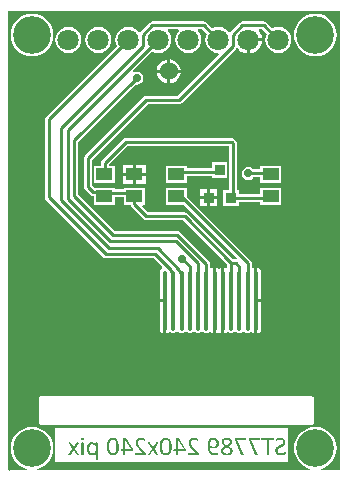
<source format=gbl>
G04*
G04 #@! TF.GenerationSoftware,Altium Limited,Altium Designer,20.1.10 (176)*
G04*
G04 Layer_Physical_Order=2*
G04 Layer_Color=16711680*
%FSLAX25Y25*%
%MOIN*%
G70*
G04*
G04 #@! TF.SameCoordinates,6CBB9ED5-C892-48F8-8F6F-D4B66391D099*
G04*
G04*
G04 #@! TF.FilePolarity,Positive*
G04*
G01*
G75*
%ADD12C,0.01000*%
%ADD13C,0.12598*%
%ADD14C,0.06000*%
%ADD15C,0.07087*%
%ADD16C,0.02756*%
G04:AMPARAMS|DCode=17|XSize=15.75mil|YSize=196.85mil|CornerRadius=3.94mil|HoleSize=0mil|Usage=FLASHONLY|Rotation=180.000|XOffset=0mil|YOffset=0mil|HoleType=Round|Shape=RoundedRectangle|*
%AMROUNDEDRECTD17*
21,1,0.01575,0.18898,0,0,180.0*
21,1,0.00787,0.19685,0,0,180.0*
1,1,0.00787,-0.00394,0.09449*
1,1,0.00787,0.00394,0.09449*
1,1,0.00787,0.00394,-0.09449*
1,1,0.00787,-0.00394,-0.09449*
%
%ADD17ROUNDEDRECTD17*%
%ADD18R,0.05512X0.04134*%
%ADD19R,0.03543X0.03740*%
%ADD20R,0.03543X0.03740*%
G36*
X0Y500D02*
X-6312D01*
X-6386Y1000D01*
X-5413Y1295D01*
X-4182Y1953D01*
X-3103Y2839D01*
X-2217Y3918D01*
X-1559Y5149D01*
X-1154Y6485D01*
X-1017Y7874D01*
X-1154Y9263D01*
X-1559Y10599D01*
X-2217Y11830D01*
X-3103Y12909D01*
X-4182Y13795D01*
X-5413Y14453D01*
X-6749Y14858D01*
X-8138Y14995D01*
X-9527Y14858D01*
X-10863Y14453D01*
X-12094Y13795D01*
X-13173Y12909D01*
X-14059Y11830D01*
X-14717Y10599D01*
X-15122Y9263D01*
X-15259Y7874D01*
X-15122Y6485D01*
X-14717Y5149D01*
X-14059Y3918D01*
X-13173Y2839D01*
X-12094Y1953D01*
X-10863Y1295D01*
X-9890Y1000D01*
X-9964Y500D01*
X-100800D01*
X-100874Y1000D01*
X-99901Y1295D01*
X-98670Y1953D01*
X-97591Y2839D01*
X-96705Y3918D01*
X-96047Y5149D01*
X-95642Y6485D01*
X-95505Y7874D01*
X-95642Y9263D01*
X-96047Y10599D01*
X-96705Y11830D01*
X-97591Y12909D01*
X-98670Y13795D01*
X-99901Y14453D01*
X-101237Y14858D01*
X-102626Y14995D01*
X-104015Y14858D01*
X-105351Y14453D01*
X-106582Y13795D01*
X-107661Y12909D01*
X-108547Y11830D01*
X-109205Y10599D01*
X-109610Y9263D01*
X-109747Y7874D01*
X-109610Y6485D01*
X-109205Y5149D01*
X-108547Y3918D01*
X-107661Y2839D01*
X-106582Y1953D01*
X-105351Y1295D01*
X-104378Y1000D01*
X-104452Y500D01*
X-110000D01*
X-110038Y462D01*
X-110500Y653D01*
Y153500D01*
X0D01*
Y500D01*
D02*
G37*
%LPC*%
G36*
X-25331Y150143D02*
X-32501D01*
X-33003Y150043D01*
X-33429Y149759D01*
X-36485Y146703D01*
X-37073Y146648D01*
X-37411Y147089D01*
X-38316Y147783D01*
X-39369Y148219D01*
X-40500Y148368D01*
X-41631Y148219D01*
X-42502Y147858D01*
X-44403Y149759D01*
X-44828Y150043D01*
X-45331Y150143D01*
X-62501D01*
X-63003Y150043D01*
X-63429Y149759D01*
X-66485Y146703D01*
X-67074Y146648D01*
X-67411Y147089D01*
X-68316Y147783D01*
X-69370Y148219D01*
X-70500Y148368D01*
X-71631Y148219D01*
X-72684Y147783D01*
X-73589Y147089D01*
X-74283Y146184D01*
X-74719Y145131D01*
X-74868Y144000D01*
X-74719Y142869D01*
X-74358Y141998D01*
X-97928Y118428D01*
X-98213Y118002D01*
X-98313Y117500D01*
Y91500D01*
X-98213Y90998D01*
X-97928Y90572D01*
X-78928Y71572D01*
X-78502Y71287D01*
X-78000Y71187D01*
X-62005D01*
X-59148Y68331D01*
X-59306Y67781D01*
X-59666Y67540D01*
X-59974Y67079D01*
X-60082Y66535D01*
Y57587D01*
X-58268D01*
Y57087D01*
X-57768D01*
Y46238D01*
X-57330Y46325D01*
X-56869Y46633D01*
X-56366Y46525D01*
X-55905Y46434D01*
X-55118D01*
X-54657Y46525D01*
X-54499Y46631D01*
X-54134Y46745D01*
X-53769Y46631D01*
X-53610Y46525D01*
X-53150Y46434D01*
X-52362D01*
X-51901Y46525D01*
X-51743Y46631D01*
X-51378Y46745D01*
X-51013Y46631D01*
X-50854Y46525D01*
X-50394Y46434D01*
X-49606D01*
X-49145Y46525D01*
X-48755Y46786D01*
X-48489D01*
X-48099Y46525D01*
X-47638Y46434D01*
X-46850D01*
X-46390Y46525D01*
X-45999Y46786D01*
X-45733D01*
X-45343Y46525D01*
X-44882Y46434D01*
X-44094D01*
X-43634Y46525D01*
X-43131Y46633D01*
X-42670Y46325D01*
X-42232Y46238D01*
Y57087D01*
Y67935D01*
X-42670Y67848D01*
X-42676Y67844D01*
X-43176Y68112D01*
Y69285D01*
X-43275Y69788D01*
X-43560Y70214D01*
X-53275Y79928D01*
X-53701Y80213D01*
X-54203Y80313D01*
X-74956D01*
X-87187Y92544D01*
Y109956D01*
X-68043Y129101D01*
X-67750Y129042D01*
X-66905Y129210D01*
X-66189Y129689D01*
X-65710Y130405D01*
X-65542Y131250D01*
X-65710Y132095D01*
X-66189Y132811D01*
X-66905Y133290D01*
X-67750Y133458D01*
X-68595Y133290D01*
X-68752Y133185D01*
X-69070Y133573D01*
X-62502Y140142D01*
X-61630Y139781D01*
X-60500Y139632D01*
X-59369Y139781D01*
X-58316Y140217D01*
X-57411Y140911D01*
X-56717Y141816D01*
X-56281Y142869D01*
X-56132Y144000D01*
X-56281Y145131D01*
X-56717Y146184D01*
X-57357Y147018D01*
X-57231Y147518D01*
X-53769D01*
X-53643Y147018D01*
X-54283Y146184D01*
X-54719Y145131D01*
X-54868Y144000D01*
X-54719Y142869D01*
X-54283Y141816D01*
X-53589Y140911D01*
X-52684Y140217D01*
X-51631Y139781D01*
X-50500Y139632D01*
X-49369Y139781D01*
X-48316Y140217D01*
X-47411Y140911D01*
X-46717Y141816D01*
X-46281Y142869D01*
X-46132Y144000D01*
X-46281Y145131D01*
X-46717Y146184D01*
X-47357Y147018D01*
X-47231Y147518D01*
X-45874D01*
X-44358Y146002D01*
X-44719Y145131D01*
X-44868Y144000D01*
X-44719Y142869D01*
X-44283Y141816D01*
X-43589Y140911D01*
X-42684Y140217D01*
X-41631Y139781D01*
X-40588Y139644D01*
X-40324Y139201D01*
X-54220Y125304D01*
X-64536D01*
X-65038Y125205D01*
X-65464Y124920D01*
X-84928Y105456D01*
X-85213Y105030D01*
X-85313Y104528D01*
Y95000D01*
X-85213Y94498D01*
X-84928Y94072D01*
X-83098Y92242D01*
X-82672Y91957D01*
X-82170Y91858D01*
X-82043D01*
Y89004D01*
X-74957D01*
Y91546D01*
X-72043D01*
Y89004D01*
X-69755D01*
X-69713Y88789D01*
X-69428Y88363D01*
X-65362Y84297D01*
X-64936Y84013D01*
X-64434Y83913D01*
X-52269D01*
X-37533Y69177D01*
Y68112D01*
X-38033Y67844D01*
X-38039Y67848D01*
X-38476Y67935D01*
Y57087D01*
Y46238D01*
X-38039Y46325D01*
X-37578Y46633D01*
X-37075Y46525D01*
X-36614Y46434D01*
X-35827D01*
X-35366Y46525D01*
X-34975Y46786D01*
X-34710D01*
X-34319Y46525D01*
X-33858Y46434D01*
X-33071D01*
X-32610Y46525D01*
X-32219Y46786D01*
X-31954D01*
X-31563Y46525D01*
X-31102Y46434D01*
X-30315D01*
X-29854Y46525D01*
X-29351Y46633D01*
X-28890Y46325D01*
X-28453Y46238D01*
Y57087D01*
Y67935D01*
X-28890Y67848D01*
X-28896Y67844D01*
X-29396Y68112D01*
Y69709D01*
X-29496Y70211D01*
X-29781Y70637D01*
X-50932Y91788D01*
Y91791D01*
X-50957Y91918D01*
Y94713D01*
X-58043D01*
Y89004D01*
X-51860D01*
X-34311Y71454D01*
X-34557Y70994D01*
X-34756Y71033D01*
X-35677D01*
X-50797Y86153D01*
X-51223Y86438D01*
X-51725Y86538D01*
X-63890D01*
X-65894Y88542D01*
X-65703Y89004D01*
X-64957D01*
Y94713D01*
X-72043D01*
Y94171D01*
X-74957D01*
Y94713D01*
X-81856D01*
X-82687Y95544D01*
Y103984D01*
X-63992Y122679D01*
X-53677D01*
X-53174Y122779D01*
X-52748Y123064D01*
X-34741Y141071D01*
X-34680Y141163D01*
X-34065Y141183D01*
X-33740Y140760D01*
X-32791Y140031D01*
X-31686Y139574D01*
X-31000Y139483D01*
Y144000D01*
X-30500D01*
Y144500D01*
X-25983D01*
X-26074Y145186D01*
X-26531Y146291D01*
X-27089Y147018D01*
X-26843Y147518D01*
X-25874D01*
X-24358Y146002D01*
X-24719Y145131D01*
X-24868Y144000D01*
X-24719Y142869D01*
X-24283Y141816D01*
X-23589Y140911D01*
X-22684Y140217D01*
X-21631Y139781D01*
X-20500Y139632D01*
X-19369Y139781D01*
X-18316Y140217D01*
X-17411Y140911D01*
X-16717Y141816D01*
X-16281Y142869D01*
X-16132Y144000D01*
X-16281Y145131D01*
X-16717Y146184D01*
X-17411Y147089D01*
X-18316Y147783D01*
X-19369Y148219D01*
X-20500Y148368D01*
X-21631Y148219D01*
X-22502Y147858D01*
X-24403Y149759D01*
X-24828Y150043D01*
X-25331Y150143D01*
D02*
G37*
G36*
X-80500Y148368D02*
X-81630Y148219D01*
X-82684Y147783D01*
X-83589Y147089D01*
X-84283Y146184D01*
X-84719Y145131D01*
X-84868Y144000D01*
X-84719Y142869D01*
X-84283Y141816D01*
X-83589Y140911D01*
X-82684Y140217D01*
X-81630Y139781D01*
X-80500Y139632D01*
X-79369Y139781D01*
X-78316Y140217D01*
X-77411Y140911D01*
X-76717Y141816D01*
X-76281Y142869D01*
X-76132Y144000D01*
X-76281Y145131D01*
X-76717Y146184D01*
X-77411Y147089D01*
X-78316Y147783D01*
X-79369Y148219D01*
X-80500Y148368D01*
D02*
G37*
G36*
X-90500D02*
X-91631Y148219D01*
X-92684Y147783D01*
X-93589Y147089D01*
X-94283Y146184D01*
X-94719Y145131D01*
X-94868Y144000D01*
X-94719Y142869D01*
X-94283Y141816D01*
X-93589Y140911D01*
X-92684Y140217D01*
X-91631Y139781D01*
X-90500Y139632D01*
X-89369Y139781D01*
X-88316Y140217D01*
X-87411Y140911D01*
X-86717Y141816D01*
X-86281Y142869D01*
X-86132Y144000D01*
X-86281Y145131D01*
X-86717Y146184D01*
X-87411Y147089D01*
X-88316Y147783D01*
X-89369Y148219D01*
X-90500Y148368D01*
D02*
G37*
G36*
X-25983Y143500D02*
X-30000D01*
Y139483D01*
X-29314Y139574D01*
X-28209Y140031D01*
X-27260Y140760D01*
X-26531Y141709D01*
X-26074Y142814D01*
X-25983Y143500D01*
D02*
G37*
G36*
X-8138Y152790D02*
X-9527Y152653D01*
X-10863Y152248D01*
X-12094Y151590D01*
X-13173Y150705D01*
X-14059Y149626D01*
X-14717Y148394D01*
X-15122Y147058D01*
X-15259Y145669D01*
X-15122Y144280D01*
X-14717Y142944D01*
X-14059Y141713D01*
X-13173Y140634D01*
X-12094Y139749D01*
X-10863Y139090D01*
X-9527Y138685D01*
X-8138Y138548D01*
X-6749Y138685D01*
X-5413Y139090D01*
X-4182Y139749D01*
X-3103Y140634D01*
X-2217Y141713D01*
X-1559Y142944D01*
X-1154Y144280D01*
X-1017Y145669D01*
X-1154Y147058D01*
X-1559Y148394D01*
X-2217Y149626D01*
X-3103Y150705D01*
X-4182Y151590D01*
X-5413Y152248D01*
X-6749Y152653D01*
X-8138Y152790D01*
D02*
G37*
G36*
X-102626D02*
X-104015Y152653D01*
X-105351Y152248D01*
X-106582Y151590D01*
X-107661Y150705D01*
X-108547Y149626D01*
X-109205Y148394D01*
X-109610Y147058D01*
X-109747Y145669D01*
X-109610Y144280D01*
X-109205Y142944D01*
X-108547Y141713D01*
X-107661Y140634D01*
X-106582Y139749D01*
X-105351Y139090D01*
X-104015Y138685D01*
X-102626Y138548D01*
X-101237Y138685D01*
X-99901Y139090D01*
X-98670Y139749D01*
X-97591Y140634D01*
X-96705Y141713D01*
X-96047Y142944D01*
X-95642Y144280D01*
X-95505Y145669D01*
X-95642Y147058D01*
X-96047Y148394D01*
X-96705Y149626D01*
X-97591Y150705D01*
X-98670Y151590D01*
X-99901Y152248D01*
X-101237Y152653D01*
X-102626Y152790D01*
D02*
G37*
G36*
X-56500Y137469D02*
Y134000D01*
X-53031D01*
X-53103Y134544D01*
X-53506Y135517D01*
X-54147Y136353D01*
X-54983Y136994D01*
X-55956Y137397D01*
X-56500Y137469D01*
D02*
G37*
G36*
X-57500D02*
X-58044Y137397D01*
X-59017Y136994D01*
X-59853Y136353D01*
X-60494Y135517D01*
X-60897Y134544D01*
X-60969Y134000D01*
X-57500D01*
Y137469D01*
D02*
G37*
G36*
X-53031Y133000D02*
X-56500D01*
Y129531D01*
X-55956Y129603D01*
X-54983Y130006D01*
X-54147Y130647D01*
X-53506Y131483D01*
X-53103Y132456D01*
X-53031Y133000D01*
D02*
G37*
G36*
X-57500D02*
X-60969D01*
X-60897Y132456D01*
X-60494Y131483D01*
X-59853Y130647D01*
X-59017Y130006D01*
X-58044Y129603D01*
X-57500Y129531D01*
Y133000D01*
D02*
G37*
G36*
X-37441Y103284D02*
X-42559D01*
Y101376D01*
X-50957D01*
Y101996D01*
X-58043D01*
Y96287D01*
X-50957D01*
Y98750D01*
X-42559D01*
Y97969D01*
X-37441D01*
Y103284D01*
D02*
G37*
G36*
X-19457Y101996D02*
X-26543D01*
Y100813D01*
X-28773D01*
X-28939Y101061D01*
X-29655Y101540D01*
X-30500Y101708D01*
X-31345Y101540D01*
X-32061Y101061D01*
X-32540Y100345D01*
X-32708Y99500D01*
X-32540Y98655D01*
X-32061Y97939D01*
X-31345Y97460D01*
X-30500Y97292D01*
X-29655Y97460D01*
X-28939Y97939D01*
X-28773Y98187D01*
X-26543D01*
Y96287D01*
X-19457D01*
Y101996D01*
D02*
G37*
G36*
X-64744Y102209D02*
X-68000D01*
Y99642D01*
X-64744D01*
Y102209D01*
D02*
G37*
G36*
X-69000D02*
X-72256D01*
Y99642D01*
X-69000D01*
Y102209D01*
D02*
G37*
G36*
X-64744Y98642D02*
X-68000D01*
Y96075D01*
X-64744D01*
Y98642D01*
D02*
G37*
G36*
X-69000D02*
X-72256D01*
Y96075D01*
X-69000D01*
Y98642D01*
D02*
G37*
G36*
X-40968Y94244D02*
X-43240D01*
Y91874D01*
X-40968D01*
Y94244D01*
D02*
G37*
G36*
X-44240D02*
X-46512D01*
Y91874D01*
X-44240D01*
Y94244D01*
D02*
G37*
G36*
X-36086Y111398D02*
X-71414D01*
X-71917Y111299D01*
X-72342Y111014D01*
X-79305Y104051D01*
X-79590Y103625D01*
X-79690Y103123D01*
Y101996D01*
X-82043D01*
Y96287D01*
X-74957D01*
Y101996D01*
X-77065D01*
Y102579D01*
X-70871Y108773D01*
X-36813D01*
Y94032D01*
X-38819D01*
Y88717D01*
X-33701D01*
Y90061D01*
X-26543D01*
Y89004D01*
X-19457D01*
Y94713D01*
X-26543D01*
Y92687D01*
X-33701D01*
Y94032D01*
X-34187D01*
Y109500D01*
X-34287Y110002D01*
X-34572Y110428D01*
X-35158Y111014D01*
X-35583Y111299D01*
X-36086Y111398D01*
D02*
G37*
G36*
X-40968Y90874D02*
X-43240D01*
Y88504D01*
X-40968D01*
Y90874D01*
D02*
G37*
G36*
X-44240D02*
X-46512D01*
Y88504D01*
X-44240D01*
Y90874D01*
D02*
G37*
G36*
X-27453Y67935D02*
Y57587D01*
X-26138D01*
Y66535D01*
X-26246Y67079D01*
X-26554Y67540D01*
X-27015Y67848D01*
X-27453Y67935D01*
D02*
G37*
G36*
X-41232Y67935D02*
Y57087D01*
Y46238D01*
X-40795Y46325D01*
X-40354Y46619D01*
X-39914Y46325D01*
X-39476Y46238D01*
Y57087D01*
Y67935D01*
X-39914Y67848D01*
X-40354Y67554D01*
X-40795Y67848D01*
X-41232Y67935D01*
D02*
G37*
G36*
X-26138Y56587D02*
X-27453D01*
Y46238D01*
X-27015Y46325D01*
X-26554Y46633D01*
X-26246Y47094D01*
X-26138Y47638D01*
Y56587D01*
D02*
G37*
G36*
X-58768D02*
X-60082D01*
Y47638D01*
X-59974Y47094D01*
X-59666Y46633D01*
X-59205Y46325D01*
X-58768Y46238D01*
Y56587D01*
D02*
G37*
G36*
X-9500Y25303D02*
X-99500D01*
X-99807Y25242D01*
X-100068Y25068D01*
X-100242Y24807D01*
X-100303Y24500D01*
Y16500D01*
X-100242Y16193D01*
X-100068Y15932D01*
X-99807Y15758D01*
X-99500Y15697D01*
X-9500D01*
X-9193Y15758D01*
X-8932Y15932D01*
X-8758Y16193D01*
X-8697Y16500D01*
Y24500D01*
X-8758Y24807D01*
X-8932Y25068D01*
X-9193Y25242D01*
X-9500Y25303D01*
D02*
G37*
G36*
X-17213Y14630D02*
X-94777D01*
Y3213D01*
X-17213D01*
Y14630D01*
D02*
G37*
%LPD*%
G36*
X-85646Y11441D02*
X-85575Y11431D01*
X-85509Y11415D01*
X-85463Y11400D01*
X-85427Y11380D01*
X-85402Y11364D01*
X-85386Y11354D01*
X-85381Y11349D01*
X-85351Y11308D01*
X-85330Y11257D01*
X-85310Y11201D01*
X-85300Y11140D01*
X-85295Y11089D01*
X-85289Y11043D01*
Y11012D01*
Y11007D01*
Y11002D01*
X-85295Y10916D01*
X-85305Y10844D01*
X-85320Y10783D01*
X-85335Y10737D01*
X-85351Y10701D01*
X-85366Y10681D01*
X-85376Y10666D01*
X-85381Y10661D01*
X-85422Y10630D01*
X-85478Y10610D01*
X-85534Y10594D01*
X-85595Y10584D01*
X-85646Y10579D01*
X-85692Y10574D01*
X-85733D01*
X-85825Y10579D01*
X-85896Y10589D01*
X-85963Y10605D01*
X-86009Y10620D01*
X-86044Y10635D01*
X-86070Y10650D01*
X-86085Y10661D01*
X-86090Y10666D01*
X-86121Y10706D01*
X-86146Y10757D01*
X-86162Y10814D01*
X-86177Y10875D01*
X-86182Y10926D01*
X-86187Y10972D01*
Y11002D01*
Y11007D01*
Y11012D01*
X-86182Y11099D01*
X-86172Y11171D01*
X-86156Y11232D01*
X-86141Y11278D01*
X-86121Y11313D01*
X-86105Y11334D01*
X-86095Y11349D01*
X-86090Y11354D01*
X-86049Y11385D01*
X-85993Y11405D01*
X-85937Y11426D01*
X-85876Y11436D01*
X-85825Y11441D01*
X-85779Y11446D01*
X-85738D01*
X-85646Y11441D01*
D02*
G37*
G36*
X-48539Y11375D02*
X-48457Y11370D01*
X-48381Y11359D01*
X-48320Y11349D01*
X-48274Y11339D01*
X-48243Y11334D01*
X-48238Y11329D01*
X-48233D01*
X-48146Y11308D01*
X-48065Y11288D01*
X-47993Y11268D01*
X-47927Y11247D01*
X-47876Y11227D01*
X-47835Y11216D01*
X-47809Y11206D01*
X-47799Y11201D01*
X-47728Y11171D01*
X-47667Y11145D01*
X-47611Y11120D01*
X-47565Y11094D01*
X-47524Y11074D01*
X-47498Y11058D01*
X-47478Y11048D01*
X-47473Y11043D01*
X-47427Y11018D01*
X-47391Y10992D01*
X-47361Y10972D01*
X-47335Y10951D01*
X-47315Y10941D01*
X-47300Y10931D01*
X-47294Y10921D01*
X-47289D01*
X-47259Y10890D01*
X-47238Y10865D01*
X-47228Y10849D01*
X-47223Y10844D01*
X-47213Y10819D01*
X-47203Y10798D01*
X-47197Y10783D01*
X-47192Y10778D01*
X-47187Y10747D01*
X-47182Y10722D01*
X-47177Y10701D01*
Y10691D01*
Y10655D01*
Y10620D01*
Y10589D01*
Y10584D01*
Y10579D01*
Y10518D01*
X-47182Y10467D01*
Y10446D01*
Y10431D01*
Y10426D01*
Y10421D01*
X-47192Y10375D01*
X-47197Y10344D01*
X-47208Y10319D01*
Y10314D01*
X-47223Y10288D01*
X-47233Y10273D01*
X-47243Y10263D01*
X-47249Y10258D01*
X-47269Y10248D01*
X-47284Y10242D01*
X-47305D01*
X-47330Y10248D01*
X-47356Y10253D01*
X-47412Y10278D01*
X-47432Y10293D01*
X-47453Y10304D01*
X-47468Y10309D01*
X-47473Y10314D01*
X-47565Y10370D01*
X-47611Y10401D01*
X-47651Y10426D01*
X-47692Y10446D01*
X-47723Y10462D01*
X-47743Y10472D01*
X-47748Y10477D01*
X-47881Y10538D01*
X-47947Y10569D01*
X-48003Y10589D01*
X-48059Y10610D01*
X-48100Y10625D01*
X-48126Y10635D01*
X-48136Y10640D01*
X-48223Y10666D01*
X-48304Y10686D01*
X-48391Y10696D01*
X-48467Y10706D01*
X-48534Y10712D01*
X-48590Y10717D01*
X-48636D01*
X-48722Y10712D01*
X-48799Y10706D01*
X-48870Y10691D01*
X-48932Y10681D01*
X-48983Y10666D01*
X-49018Y10650D01*
X-49039Y10645D01*
X-49049Y10640D01*
X-49115Y10610D01*
X-49176Y10574D01*
X-49227Y10543D01*
X-49273Y10508D01*
X-49309Y10482D01*
X-49334Y10457D01*
X-49350Y10441D01*
X-49355Y10436D01*
X-49396Y10385D01*
X-49436Y10334D01*
X-49467Y10283D01*
X-49492Y10237D01*
X-49513Y10197D01*
X-49528Y10166D01*
X-49533Y10146D01*
X-49538Y10135D01*
X-49559Y10074D01*
X-49579Y10008D01*
X-49589Y9947D01*
X-49595Y9896D01*
X-49600Y9845D01*
X-49605Y9809D01*
Y9788D01*
Y9778D01*
X-49600Y9635D01*
X-49589Y9564D01*
X-49584Y9503D01*
X-49574Y9452D01*
X-49564Y9406D01*
X-49559Y9381D01*
Y9375D01*
Y9370D01*
X-49538Y9289D01*
X-49518Y9207D01*
X-49487Y9126D01*
X-49462Y9049D01*
X-49431Y8988D01*
X-49411Y8937D01*
X-49401Y8916D01*
X-49396Y8901D01*
X-49391Y8896D01*
Y8891D01*
X-49340Y8789D01*
X-49278Y8692D01*
X-49217Y8595D01*
X-49161Y8503D01*
X-49105Y8427D01*
X-49084Y8391D01*
X-49064Y8366D01*
X-49049Y8340D01*
X-49033Y8325D01*
X-49028Y8315D01*
X-49023Y8309D01*
X-48926Y8187D01*
X-48824Y8060D01*
X-48717Y7937D01*
X-48615Y7825D01*
X-48569Y7774D01*
X-48529Y7728D01*
X-48488Y7687D01*
X-48457Y7652D01*
X-48427Y7621D01*
X-48406Y7601D01*
X-48396Y7585D01*
X-48391Y7580D01*
X-47249Y6407D01*
X-47213Y6366D01*
X-47182Y6331D01*
X-47162Y6310D01*
X-47157Y6300D01*
X-47136Y6264D01*
X-47116Y6229D01*
X-47106Y6208D01*
X-47101Y6198D01*
X-47090Y6157D01*
X-47080Y6122D01*
X-47075Y6091D01*
Y6086D01*
Y6081D01*
X-47070Y6030D01*
Y5984D01*
Y5958D01*
Y5943D01*
Y5933D01*
Y5928D01*
X-47075Y5861D01*
X-47080Y5810D01*
Y5790D01*
X-47085Y5775D01*
Y5770D01*
Y5765D01*
X-47101Y5719D01*
X-47116Y5688D01*
X-47126Y5668D01*
X-47131Y5663D01*
X-47157Y5642D01*
X-47187Y5627D01*
X-47208Y5622D01*
X-47213Y5617D01*
X-47249Y5607D01*
X-47284Y5601D01*
X-50472D01*
X-50497Y5607D01*
X-50518Y5612D01*
X-50533Y5617D01*
X-50538D01*
X-50564Y5637D01*
X-50579Y5658D01*
X-50589Y5673D01*
X-50594Y5678D01*
X-50609Y5714D01*
X-50620Y5749D01*
X-50625Y5775D01*
Y5780D01*
Y5785D01*
X-50635Y5831D01*
X-50640Y5877D01*
Y5912D01*
Y5918D01*
Y5923D01*
Y5979D01*
X-50635Y6025D01*
X-50630Y6050D01*
X-50625Y6060D01*
X-50615Y6101D01*
X-50604Y6137D01*
X-50594Y6157D01*
X-50589Y6162D01*
X-50574Y6188D01*
X-50553Y6208D01*
X-50538Y6219D01*
X-50533Y6224D01*
X-50507Y6234D01*
X-50487Y6244D01*
X-47988D01*
X-48891Y7182D01*
X-49064Y7366D01*
X-49217Y7534D01*
X-49288Y7611D01*
X-49350Y7687D01*
X-49411Y7754D01*
X-49462Y7815D01*
X-49508Y7871D01*
X-49554Y7922D01*
X-49589Y7968D01*
X-49615Y8004D01*
X-49640Y8029D01*
X-49656Y8055D01*
X-49666Y8065D01*
X-49671Y8070D01*
X-49778Y8213D01*
X-49865Y8345D01*
X-49946Y8462D01*
X-50008Y8570D01*
X-50038Y8610D01*
X-50059Y8651D01*
X-50079Y8687D01*
X-50094Y8717D01*
X-50110Y8743D01*
X-50120Y8758D01*
X-50125Y8768D01*
Y8774D01*
X-50181Y8891D01*
X-50222Y8998D01*
X-50257Y9100D01*
X-50288Y9187D01*
X-50309Y9258D01*
X-50319Y9314D01*
X-50324Y9335D01*
X-50329Y9350D01*
Y9355D01*
Y9360D01*
X-50344Y9462D01*
X-50359Y9559D01*
X-50370Y9651D01*
X-50375Y9732D01*
X-50380Y9799D01*
Y9855D01*
Y9875D01*
Y9890D01*
Y9896D01*
Y9901D01*
X-50375Y10013D01*
X-50365Y10120D01*
X-50349Y10217D01*
X-50329Y10304D01*
X-50309Y10370D01*
X-50293Y10426D01*
X-50288Y10446D01*
X-50283Y10462D01*
X-50278Y10467D01*
Y10472D01*
X-50237Y10569D01*
X-50186Y10661D01*
X-50135Y10742D01*
X-50084Y10808D01*
X-50038Y10870D01*
X-50002Y10910D01*
X-49977Y10936D01*
X-49967Y10946D01*
X-49885Y11018D01*
X-49799Y11084D01*
X-49712Y11140D01*
X-49635Y11186D01*
X-49559Y11222D01*
X-49503Y11247D01*
X-49482Y11257D01*
X-49467Y11262D01*
X-49457Y11268D01*
X-49452D01*
X-49334Y11308D01*
X-49212Y11334D01*
X-49090Y11354D01*
X-48977Y11370D01*
X-48921Y11375D01*
X-48875Y11380D01*
X-48835D01*
X-48799Y11385D01*
X-48631D01*
X-48539Y11375D01*
D02*
G37*
G36*
X-66170D02*
X-66088Y11370D01*
X-66011Y11359D01*
X-65950Y11349D01*
X-65904Y11339D01*
X-65874Y11334D01*
X-65869Y11329D01*
X-65864D01*
X-65777Y11308D01*
X-65695Y11288D01*
X-65624Y11268D01*
X-65557Y11247D01*
X-65507Y11227D01*
X-65466Y11216D01*
X-65440Y11206D01*
X-65430Y11201D01*
X-65359Y11171D01*
X-65297Y11145D01*
X-65241Y11120D01*
X-65195Y11094D01*
X-65155Y11074D01*
X-65129Y11058D01*
X-65109Y11048D01*
X-65104Y11043D01*
X-65058Y11018D01*
X-65022Y10992D01*
X-64991Y10972D01*
X-64966Y10951D01*
X-64946Y10941D01*
X-64930Y10931D01*
X-64925Y10921D01*
X-64920D01*
X-64889Y10890D01*
X-64869Y10865D01*
X-64859Y10849D01*
X-64854Y10844D01*
X-64843Y10819D01*
X-64833Y10798D01*
X-64828Y10783D01*
X-64823Y10778D01*
X-64818Y10747D01*
X-64813Y10722D01*
X-64808Y10701D01*
Y10691D01*
Y10655D01*
Y10620D01*
Y10589D01*
Y10584D01*
Y10579D01*
Y10518D01*
X-64813Y10467D01*
Y10446D01*
Y10431D01*
Y10426D01*
Y10421D01*
X-64823Y10375D01*
X-64828Y10344D01*
X-64838Y10319D01*
Y10314D01*
X-64854Y10288D01*
X-64864Y10273D01*
X-64874Y10263D01*
X-64879Y10258D01*
X-64900Y10248D01*
X-64915Y10242D01*
X-64935D01*
X-64961Y10248D01*
X-64986Y10253D01*
X-65042Y10278D01*
X-65063Y10293D01*
X-65083Y10304D01*
X-65099Y10309D01*
X-65104Y10314D01*
X-65195Y10370D01*
X-65241Y10401D01*
X-65282Y10426D01*
X-65323Y10446D01*
X-65354Y10462D01*
X-65374Y10472D01*
X-65379Y10477D01*
X-65512Y10538D01*
X-65578Y10569D01*
X-65634Y10589D01*
X-65690Y10610D01*
X-65731Y10625D01*
X-65756Y10635D01*
X-65767Y10640D01*
X-65853Y10666D01*
X-65935Y10686D01*
X-66022Y10696D01*
X-66098Y10706D01*
X-66164Y10712D01*
X-66220Y10717D01*
X-66266D01*
X-66353Y10712D01*
X-66430Y10706D01*
X-66501Y10691D01*
X-66562Y10681D01*
X-66613Y10666D01*
X-66649Y10650D01*
X-66669Y10645D01*
X-66680Y10640D01*
X-66746Y10610D01*
X-66807Y10574D01*
X-66858Y10543D01*
X-66904Y10508D01*
X-66940Y10482D01*
X-66965Y10457D01*
X-66980Y10441D01*
X-66985Y10436D01*
X-67026Y10385D01*
X-67067Y10334D01*
X-67098Y10283D01*
X-67123Y10237D01*
X-67144Y10197D01*
X-67159Y10166D01*
X-67164Y10146D01*
X-67169Y10135D01*
X-67190Y10074D01*
X-67210Y10008D01*
X-67220Y9947D01*
X-67225Y9896D01*
X-67230Y9845D01*
X-67235Y9809D01*
Y9788D01*
Y9778D01*
X-67230Y9635D01*
X-67220Y9564D01*
X-67215Y9503D01*
X-67205Y9452D01*
X-67195Y9406D01*
X-67190Y9381D01*
Y9375D01*
Y9370D01*
X-67169Y9289D01*
X-67149Y9207D01*
X-67118Y9126D01*
X-67093Y9049D01*
X-67062Y8988D01*
X-67042Y8937D01*
X-67031Y8916D01*
X-67026Y8901D01*
X-67021Y8896D01*
Y8891D01*
X-66970Y8789D01*
X-66909Y8692D01*
X-66848Y8595D01*
X-66792Y8503D01*
X-66736Y8427D01*
X-66715Y8391D01*
X-66695Y8366D01*
X-66680Y8340D01*
X-66664Y8325D01*
X-66659Y8315D01*
X-66654Y8309D01*
X-66557Y8187D01*
X-66455Y8060D01*
X-66348Y7937D01*
X-66246Y7825D01*
X-66200Y7774D01*
X-66159Y7728D01*
X-66119Y7687D01*
X-66088Y7652D01*
X-66057Y7621D01*
X-66037Y7601D01*
X-66027Y7585D01*
X-66022Y7580D01*
X-64879Y6407D01*
X-64843Y6366D01*
X-64813Y6331D01*
X-64793Y6310D01*
X-64787Y6300D01*
X-64767Y6264D01*
X-64747Y6229D01*
X-64736Y6208D01*
X-64731Y6198D01*
X-64721Y6157D01*
X-64711Y6122D01*
X-64706Y6091D01*
Y6086D01*
Y6081D01*
X-64701Y6030D01*
Y5984D01*
Y5958D01*
Y5943D01*
Y5933D01*
Y5928D01*
X-64706Y5861D01*
X-64711Y5810D01*
Y5790D01*
X-64716Y5775D01*
Y5770D01*
Y5765D01*
X-64731Y5719D01*
X-64747Y5688D01*
X-64757Y5668D01*
X-64762Y5663D01*
X-64787Y5642D01*
X-64818Y5627D01*
X-64838Y5622D01*
X-64843Y5617D01*
X-64879Y5607D01*
X-64915Y5601D01*
X-68102D01*
X-68128Y5607D01*
X-68148Y5612D01*
X-68164Y5617D01*
X-68169D01*
X-68194Y5637D01*
X-68209Y5658D01*
X-68220Y5673D01*
X-68225Y5678D01*
X-68240Y5714D01*
X-68250Y5749D01*
X-68255Y5775D01*
Y5780D01*
Y5785D01*
X-68266Y5831D01*
X-68271Y5877D01*
Y5912D01*
Y5918D01*
Y5923D01*
Y5979D01*
X-68266Y6025D01*
X-68261Y6050D01*
X-68255Y6060D01*
X-68245Y6101D01*
X-68235Y6137D01*
X-68225Y6157D01*
X-68220Y6162D01*
X-68204Y6188D01*
X-68184Y6208D01*
X-68169Y6219D01*
X-68164Y6224D01*
X-68138Y6234D01*
X-68118Y6244D01*
X-65619D01*
X-66521Y7182D01*
X-66695Y7366D01*
X-66848Y7534D01*
X-66919Y7611D01*
X-66980Y7687D01*
X-67042Y7754D01*
X-67093Y7815D01*
X-67138Y7871D01*
X-67184Y7922D01*
X-67220Y7968D01*
X-67246Y8004D01*
X-67271Y8029D01*
X-67286Y8055D01*
X-67297Y8065D01*
X-67302Y8070D01*
X-67409Y8213D01*
X-67496Y8345D01*
X-67577Y8462D01*
X-67638Y8570D01*
X-67669Y8610D01*
X-67689Y8651D01*
X-67710Y8687D01*
X-67725Y8717D01*
X-67740Y8743D01*
X-67751Y8758D01*
X-67756Y8768D01*
Y8774D01*
X-67812Y8891D01*
X-67852Y8998D01*
X-67888Y9100D01*
X-67919Y9187D01*
X-67939Y9258D01*
X-67949Y9314D01*
X-67954Y9335D01*
X-67960Y9350D01*
Y9355D01*
Y9360D01*
X-67975Y9462D01*
X-67990Y9559D01*
X-68000Y9651D01*
X-68006Y9732D01*
X-68011Y9799D01*
Y9855D01*
Y9875D01*
Y9890D01*
Y9896D01*
Y9901D01*
X-68006Y10013D01*
X-67995Y10120D01*
X-67980Y10217D01*
X-67960Y10304D01*
X-67939Y10370D01*
X-67924Y10426D01*
X-67919Y10446D01*
X-67914Y10462D01*
X-67909Y10467D01*
Y10472D01*
X-67868Y10569D01*
X-67817Y10661D01*
X-67766Y10742D01*
X-67715Y10808D01*
X-67669Y10870D01*
X-67633Y10910D01*
X-67608Y10936D01*
X-67598Y10946D01*
X-67516Y11018D01*
X-67429Y11084D01*
X-67343Y11140D01*
X-67266Y11186D01*
X-67190Y11222D01*
X-67133Y11247D01*
X-67113Y11257D01*
X-67098Y11262D01*
X-67088Y11268D01*
X-67082D01*
X-66965Y11308D01*
X-66843Y11334D01*
X-66720Y11354D01*
X-66608Y11370D01*
X-66552Y11375D01*
X-66506Y11380D01*
X-66465D01*
X-66430Y11385D01*
X-66261D01*
X-66170Y11375D01*
D02*
G37*
G36*
X-60799Y9809D02*
X-60743D01*
X-60723Y9804D01*
X-60707D01*
X-60651Y9794D01*
X-60616Y9778D01*
X-60590Y9768D01*
X-60580Y9763D01*
X-60554Y9743D01*
X-60544Y9717D01*
X-60539Y9702D01*
Y9692D01*
X-60549Y9661D01*
X-60559Y9625D01*
X-60575Y9600D01*
X-60580Y9595D01*
Y9590D01*
X-61748Y7728D01*
X-60514Y5795D01*
X-60488Y5754D01*
X-60478Y5719D01*
X-60468Y5698D01*
Y5688D01*
X-60473Y5663D01*
X-60488Y5642D01*
X-60498Y5627D01*
X-60503Y5622D01*
X-60539Y5607D01*
X-60580Y5601D01*
X-60611Y5591D01*
X-60626D01*
X-60692Y5581D01*
X-60764Y5576D01*
X-60917D01*
X-60952Y5581D01*
X-61003D01*
X-61019Y5586D01*
X-61034D01*
X-61085Y5591D01*
X-61126Y5596D01*
X-61146Y5601D01*
X-61156D01*
X-61187Y5617D01*
X-61207Y5627D01*
X-61217Y5637D01*
X-61222Y5642D01*
X-61253Y5678D01*
X-61263Y5693D01*
X-61268Y5698D01*
X-62217Y7269D01*
X-63166Y5698D01*
X-63181Y5678D01*
X-63196Y5658D01*
X-63201Y5647D01*
X-63206Y5642D01*
X-63227Y5627D01*
X-63252Y5612D01*
X-63273Y5607D01*
X-63278Y5601D01*
X-63319Y5596D01*
X-63354Y5591D01*
X-63390Y5586D01*
X-63400D01*
X-63431Y5581D01*
X-63467D01*
X-63533Y5576D01*
X-63660D01*
X-63701Y5581D01*
X-63742D01*
X-63772Y5586D01*
X-63798D01*
X-63818Y5591D01*
X-63834D01*
X-63890Y5601D01*
X-63931Y5612D01*
X-63956Y5617D01*
X-63961Y5622D01*
X-63987Y5642D01*
X-63997Y5663D01*
X-64002Y5683D01*
Y5688D01*
X-63997Y5724D01*
X-63987Y5759D01*
X-63971Y5785D01*
X-63966Y5790D01*
Y5795D01*
X-62742Y7749D01*
X-63900Y9590D01*
X-63925Y9635D01*
X-63941Y9671D01*
X-63946Y9692D01*
Y9702D01*
X-63941Y9732D01*
X-63931Y9753D01*
X-63915Y9763D01*
X-63910Y9768D01*
X-63875Y9783D01*
X-63834Y9794D01*
X-63803Y9804D01*
X-63788D01*
X-63722Y9809D01*
X-63655Y9814D01*
X-63502D01*
X-63467Y9809D01*
X-63421D01*
X-63405Y9804D01*
X-63390D01*
X-63344Y9799D01*
X-63314Y9794D01*
X-63288Y9788D01*
X-63283Y9783D01*
X-63257Y9773D01*
X-63242Y9758D01*
X-63232Y9748D01*
X-63227Y9743D01*
X-63201Y9712D01*
X-63191Y9702D01*
X-63186Y9697D01*
X-62273Y8223D01*
X-61370Y9697D01*
X-61355Y9717D01*
X-61345Y9732D01*
X-61335Y9743D01*
X-61330Y9748D01*
X-61309Y9763D01*
X-61289Y9773D01*
X-61273Y9783D01*
X-61263D01*
X-61222Y9794D01*
X-61187Y9799D01*
X-61156Y9804D01*
X-61141D01*
X-61075Y9809D01*
X-61008Y9814D01*
X-60840D01*
X-60799Y9809D01*
D02*
G37*
G36*
X-87278D02*
X-87222D01*
X-87202Y9804D01*
X-87187D01*
X-87130Y9794D01*
X-87095Y9778D01*
X-87069Y9768D01*
X-87059Y9763D01*
X-87034Y9743D01*
X-87023Y9717D01*
X-87018Y9702D01*
Y9692D01*
X-87028Y9661D01*
X-87039Y9625D01*
X-87054Y9600D01*
X-87059Y9595D01*
Y9590D01*
X-88227Y7728D01*
X-86993Y5795D01*
X-86967Y5754D01*
X-86957Y5719D01*
X-86947Y5698D01*
Y5688D01*
X-86952Y5663D01*
X-86967Y5642D01*
X-86977Y5627D01*
X-86983Y5622D01*
X-87018Y5607D01*
X-87059Y5601D01*
X-87090Y5591D01*
X-87105D01*
X-87171Y5581D01*
X-87243Y5576D01*
X-87396D01*
X-87431Y5581D01*
X-87482D01*
X-87498Y5586D01*
X-87513D01*
X-87564Y5591D01*
X-87605Y5596D01*
X-87625Y5601D01*
X-87635D01*
X-87666Y5617D01*
X-87686Y5627D01*
X-87697Y5637D01*
X-87702Y5642D01*
X-87732Y5678D01*
X-87743Y5693D01*
X-87748Y5698D01*
X-88696Y7269D01*
X-89645Y5698D01*
X-89660Y5678D01*
X-89675Y5658D01*
X-89680Y5647D01*
X-89686Y5642D01*
X-89706Y5627D01*
X-89732Y5612D01*
X-89752Y5607D01*
X-89757Y5601D01*
X-89798Y5596D01*
X-89833Y5591D01*
X-89869Y5586D01*
X-89879D01*
X-89910Y5581D01*
X-89946D01*
X-90012Y5576D01*
X-90140D01*
X-90180Y5581D01*
X-90221D01*
X-90252Y5586D01*
X-90277D01*
X-90298Y5591D01*
X-90313D01*
X-90369Y5601D01*
X-90410Y5612D01*
X-90435Y5617D01*
X-90440Y5622D01*
X-90466Y5642D01*
X-90476Y5663D01*
X-90481Y5683D01*
Y5688D01*
X-90476Y5724D01*
X-90466Y5759D01*
X-90451Y5785D01*
X-90446Y5790D01*
Y5795D01*
X-89222Y7749D01*
X-90379Y9590D01*
X-90405Y9635D01*
X-90420Y9671D01*
X-90425Y9692D01*
Y9702D01*
X-90420Y9732D01*
X-90410Y9753D01*
X-90395Y9763D01*
X-90389Y9768D01*
X-90354Y9783D01*
X-90313Y9794D01*
X-90282Y9804D01*
X-90267D01*
X-90201Y9809D01*
X-90134Y9814D01*
X-89981D01*
X-89946Y9809D01*
X-89900D01*
X-89885Y9804D01*
X-89869D01*
X-89823Y9799D01*
X-89793Y9794D01*
X-89767Y9788D01*
X-89762Y9783D01*
X-89737Y9773D01*
X-89721Y9758D01*
X-89711Y9748D01*
X-89706Y9743D01*
X-89680Y9712D01*
X-89670Y9702D01*
X-89665Y9697D01*
X-88752Y8223D01*
X-87850Y9697D01*
X-87834Y9717D01*
X-87824Y9732D01*
X-87814Y9743D01*
X-87809Y9748D01*
X-87788Y9763D01*
X-87768Y9773D01*
X-87753Y9783D01*
X-87743D01*
X-87702Y9794D01*
X-87666Y9799D01*
X-87635Y9804D01*
X-87620D01*
X-87554Y9809D01*
X-87488Y9814D01*
X-87319D01*
X-87278Y9809D01*
D02*
G37*
G36*
X-42046Y11380D02*
X-41878Y11359D01*
X-41802Y11349D01*
X-41730Y11334D01*
X-41669Y11319D01*
X-41608Y11308D01*
X-41552Y11293D01*
X-41506Y11278D01*
X-41460Y11262D01*
X-41429Y11252D01*
X-41399Y11242D01*
X-41378Y11232D01*
X-41368Y11227D01*
X-41363D01*
X-41236Y11165D01*
X-41118Y11099D01*
X-41016Y11028D01*
X-40930Y10961D01*
X-40858Y10905D01*
X-40807Y10854D01*
X-40792Y10839D01*
X-40777Y10824D01*
X-40771Y10819D01*
X-40766Y10814D01*
X-40685Y10712D01*
X-40619Y10610D01*
X-40557Y10508D01*
X-40511Y10416D01*
X-40471Y10334D01*
X-40460Y10299D01*
X-40445Y10268D01*
X-40435Y10248D01*
X-40430Y10227D01*
X-40425Y10217D01*
Y10212D01*
X-40389Y10084D01*
X-40363Y9957D01*
X-40343Y9834D01*
X-40333Y9722D01*
X-40328Y9676D01*
X-40323Y9630D01*
Y9590D01*
X-40318Y9559D01*
Y9528D01*
Y9508D01*
Y9498D01*
Y9493D01*
X-40323Y9360D01*
X-40333Y9233D01*
X-40343Y9120D01*
X-40358Y9018D01*
X-40374Y8937D01*
X-40379Y8901D01*
X-40389Y8876D01*
X-40394Y8850D01*
Y8835D01*
X-40399Y8825D01*
Y8820D01*
X-40435Y8707D01*
X-40481Y8605D01*
X-40527Y8513D01*
X-40573Y8437D01*
X-40613Y8371D01*
X-40649Y8325D01*
X-40670Y8294D01*
X-40680Y8289D01*
Y8284D01*
X-40761Y8202D01*
X-40843Y8136D01*
X-40930Y8075D01*
X-41016Y8024D01*
X-41088Y7983D01*
X-41149Y7958D01*
X-41169Y7947D01*
X-41185Y7937D01*
X-41195Y7932D01*
X-41200D01*
X-41327Y7891D01*
X-41465Y7861D01*
X-41598Y7835D01*
X-41725Y7820D01*
X-41781Y7815D01*
X-41832Y7810D01*
X-41883D01*
X-41924Y7805D01*
X-42001D01*
X-42154Y7810D01*
X-42296Y7820D01*
X-42424Y7835D01*
X-42536Y7856D01*
X-42582Y7866D01*
X-42623Y7876D01*
X-42664Y7881D01*
X-42694Y7891D01*
X-42720Y7896D01*
X-42735Y7902D01*
X-42745Y7907D01*
X-42750D01*
X-42868Y7947D01*
X-42975Y7988D01*
X-43072Y8029D01*
X-43153Y8070D01*
X-43220Y8100D01*
X-43270Y8126D01*
X-43301Y8146D01*
X-43306Y8151D01*
X-43311D01*
X-43306Y8004D01*
X-43291Y7861D01*
X-43276Y7728D01*
X-43255Y7611D01*
X-43245Y7560D01*
X-43235Y7514D01*
X-43225Y7473D01*
X-43220Y7442D01*
X-43214Y7412D01*
X-43209Y7391D01*
X-43204Y7381D01*
Y7376D01*
X-43163Y7244D01*
X-43117Y7121D01*
X-43072Y7014D01*
X-43021Y6917D01*
X-42980Y6841D01*
X-42959Y6810D01*
X-42944Y6785D01*
X-42934Y6764D01*
X-42924Y6749D01*
X-42913Y6739D01*
Y6734D01*
X-42837Y6637D01*
X-42755Y6550D01*
X-42669Y6474D01*
X-42592Y6412D01*
X-42521Y6361D01*
X-42465Y6326D01*
X-42444Y6310D01*
X-42429Y6305D01*
X-42419Y6295D01*
X-42414D01*
X-42296Y6239D01*
X-42169Y6203D01*
X-42046Y6173D01*
X-41934Y6152D01*
X-41878Y6147D01*
X-41832Y6142D01*
X-41786Y6137D01*
X-41751D01*
X-41720Y6132D01*
X-41598D01*
X-41521Y6137D01*
X-41450Y6142D01*
X-41394Y6147D01*
X-41343Y6152D01*
X-41302Y6157D01*
X-41282Y6162D01*
X-41271D01*
X-41205Y6173D01*
X-41149Y6188D01*
X-41093Y6198D01*
X-41047Y6208D01*
X-41011Y6219D01*
X-40986Y6229D01*
X-40965Y6234D01*
X-40960D01*
X-40868Y6264D01*
X-40833Y6275D01*
X-40797Y6285D01*
X-40771Y6295D01*
X-40751Y6300D01*
X-40741Y6305D01*
X-40736D01*
X-40680Y6326D01*
X-40639Y6336D01*
X-40613Y6341D01*
X-40578D01*
X-40557Y6336D01*
X-40547Y6331D01*
X-40542D01*
X-40527Y6320D01*
X-40511Y6305D01*
X-40506Y6295D01*
X-40501Y6290D01*
X-40496Y6264D01*
X-40491Y6234D01*
X-40486Y6208D01*
Y6203D01*
Y6198D01*
X-40481Y6152D01*
Y6101D01*
Y6081D01*
Y6060D01*
Y6050D01*
Y6045D01*
X-40486Y5969D01*
Y5938D01*
X-40491Y5912D01*
Y5892D01*
X-40496Y5877D01*
Y5867D01*
Y5861D01*
X-40516Y5816D01*
X-40537Y5785D01*
X-40557Y5759D01*
X-40562Y5754D01*
X-40603Y5724D01*
X-40649Y5698D01*
X-40675Y5688D01*
X-40690Y5678D01*
X-40700Y5673D01*
X-40705D01*
X-40782Y5647D01*
X-40863Y5622D01*
X-40894Y5617D01*
X-40919Y5607D01*
X-40940Y5601D01*
X-40945D01*
X-41057Y5581D01*
X-41108Y5571D01*
X-41159Y5561D01*
X-41200Y5556D01*
X-41236Y5550D01*
X-41256Y5545D01*
X-41266D01*
X-41399Y5530D01*
X-41460Y5525D01*
X-41516D01*
X-41562Y5520D01*
X-41633D01*
X-41812Y5525D01*
X-41980Y5540D01*
X-42123Y5561D01*
X-42189Y5571D01*
X-42250Y5586D01*
X-42307Y5596D01*
X-42358Y5607D01*
X-42398Y5617D01*
X-42434Y5627D01*
X-42465Y5637D01*
X-42485Y5642D01*
X-42495Y5647D01*
X-42500D01*
X-42633Y5698D01*
X-42761Y5759D01*
X-42868Y5816D01*
X-42959Y5872D01*
X-43036Y5923D01*
X-43072Y5948D01*
X-43097Y5969D01*
X-43117Y5984D01*
X-43133Y5994D01*
X-43138Y6004D01*
X-43143D01*
X-43240Y6091D01*
X-43327Y6183D01*
X-43403Y6275D01*
X-43469Y6356D01*
X-43520Y6433D01*
X-43561Y6489D01*
X-43571Y6509D01*
X-43582Y6525D01*
X-43592Y6535D01*
Y6540D01*
X-43653Y6657D01*
X-43709Y6774D01*
X-43760Y6882D01*
X-43801Y6983D01*
X-43832Y7070D01*
X-43842Y7106D01*
X-43852Y7136D01*
X-43862Y7162D01*
X-43867Y7182D01*
X-43872Y7193D01*
Y7198D01*
X-43908Y7330D01*
X-43944Y7458D01*
X-43969Y7585D01*
X-43990Y7692D01*
X-44000Y7743D01*
X-44005Y7789D01*
X-44010Y7830D01*
X-44015Y7861D01*
X-44020Y7891D01*
X-44025Y7912D01*
Y7922D01*
Y7927D01*
X-44041Y8070D01*
X-44051Y8202D01*
X-44061Y8330D01*
X-44066Y8442D01*
Y8493D01*
X-44071Y8539D01*
Y8580D01*
Y8610D01*
Y8641D01*
Y8661D01*
Y8672D01*
Y8677D01*
Y8820D01*
X-44066Y8957D01*
X-44061Y9080D01*
X-44051Y9192D01*
X-44046Y9243D01*
Y9284D01*
X-44041Y9324D01*
X-44036Y9355D01*
Y9381D01*
X-44030Y9401D01*
Y9411D01*
Y9416D01*
X-44015Y9549D01*
X-43995Y9671D01*
X-43974Y9783D01*
X-43954Y9880D01*
X-43939Y9962D01*
X-43928Y9998D01*
X-43923Y10028D01*
X-43918Y10049D01*
X-43913Y10064D01*
X-43908Y10074D01*
Y10079D01*
X-43872Y10191D01*
X-43837Y10293D01*
X-43796Y10385D01*
X-43760Y10467D01*
X-43729Y10533D01*
X-43704Y10584D01*
X-43694Y10599D01*
X-43684Y10615D01*
X-43679Y10620D01*
Y10625D01*
X-43622Y10712D01*
X-43566Y10788D01*
X-43510Y10859D01*
X-43454Y10921D01*
X-43408Y10967D01*
X-43372Y11002D01*
X-43347Y11028D01*
X-43337Y11033D01*
X-43260Y11094D01*
X-43174Y11145D01*
X-43097Y11191D01*
X-43021Y11227D01*
X-42954Y11257D01*
X-42903Y11278D01*
X-42883Y11283D01*
X-42868Y11288D01*
X-42862Y11293D01*
X-42857D01*
X-42750Y11324D01*
X-42643Y11344D01*
X-42536Y11364D01*
X-42439Y11375D01*
X-42353Y11380D01*
X-42317D01*
X-42286Y11385D01*
X-42225D01*
X-42046Y11380D01*
D02*
G37*
G36*
X-22024Y11298D02*
X-22004Y11293D01*
X-21988Y11288D01*
X-21983Y11283D01*
X-21968Y11268D01*
X-21952Y11247D01*
X-21942Y11232D01*
X-21937Y11227D01*
X-21927Y11191D01*
X-21917Y11160D01*
X-21912Y11130D01*
Y11125D01*
Y11120D01*
X-21907Y11074D01*
X-21902Y11028D01*
Y11007D01*
Y10992D01*
Y10982D01*
Y10977D01*
Y10916D01*
X-21907Y10870D01*
X-21912Y10839D01*
Y10834D01*
Y10829D01*
X-21922Y10788D01*
X-21927Y10757D01*
X-21937Y10732D01*
Y10727D01*
X-21952Y10706D01*
X-21968Y10686D01*
X-21978Y10681D01*
X-21983Y10676D01*
X-22009Y10666D01*
X-22029Y10661D01*
X-23656D01*
Y5714D01*
X-23661Y5688D01*
X-23666Y5668D01*
X-23671Y5658D01*
Y5652D01*
X-23686Y5637D01*
X-23707Y5622D01*
X-23727Y5617D01*
X-23732Y5612D01*
X-23768Y5607D01*
X-23809Y5596D01*
X-23840Y5591D01*
X-23850D01*
X-23911Y5581D01*
X-23972Y5576D01*
X-24033D01*
X-24110Y5581D01*
X-24140D01*
X-24166Y5586D01*
X-24186D01*
X-24207Y5591D01*
X-24217D01*
X-24268Y5601D01*
X-24304Y5607D01*
X-24324Y5612D01*
X-24334D01*
X-24365Y5627D01*
X-24380Y5637D01*
X-24390Y5647D01*
X-24395Y5652D01*
X-24406Y5673D01*
X-24416Y5693D01*
Y5708D01*
Y5714D01*
Y10661D01*
X-26017D01*
X-26043Y10666D01*
X-26063Y10671D01*
X-26073Y10676D01*
X-26078D01*
X-26099Y10691D01*
X-26114Y10706D01*
X-26124Y10722D01*
X-26129Y10727D01*
X-26145Y10763D01*
X-26155Y10793D01*
X-26160Y10819D01*
Y10829D01*
X-26165Y10880D01*
X-26170Y10926D01*
Y10946D01*
Y10961D01*
Y10972D01*
Y10977D01*
Y11033D01*
X-26165Y11079D01*
X-26160Y11109D01*
Y11114D01*
Y11120D01*
X-26150Y11165D01*
X-26140Y11196D01*
X-26134Y11222D01*
X-26129Y11227D01*
X-26114Y11252D01*
X-26099Y11273D01*
X-26083Y11278D01*
X-26078Y11283D01*
X-26058Y11293D01*
X-26038Y11303D01*
X-22049D01*
X-22024Y11298D01*
D02*
G37*
G36*
X-26808D02*
X-26782Y11293D01*
X-26767Y11288D01*
X-26762Y11283D01*
X-26741Y11262D01*
X-26726Y11242D01*
X-26716Y11227D01*
X-26711Y11216D01*
X-26695Y11186D01*
X-26690Y11150D01*
X-26680Y11125D01*
Y11120D01*
Y11114D01*
X-26675Y11069D01*
X-26670Y11023D01*
Y11002D01*
Y10987D01*
Y10977D01*
Y10972D01*
Y10916D01*
X-26675Y10865D01*
X-26685Y10824D01*
X-26690Y10788D01*
X-26701Y10763D01*
X-26706Y10742D01*
X-26711Y10732D01*
Y10727D01*
X-26726Y10696D01*
X-26746Y10676D01*
X-26767Y10661D01*
X-26787Y10650D01*
X-26818Y10640D01*
X-29572D01*
X-27409Y5800D01*
X-27394Y5759D01*
X-27384Y5729D01*
X-27379Y5703D01*
Y5698D01*
X-27384Y5668D01*
X-27399Y5647D01*
X-27409Y5632D01*
X-27415Y5627D01*
X-27450Y5612D01*
X-27486Y5601D01*
X-27517Y5591D01*
X-27532D01*
X-27568Y5586D01*
X-27603Y5581D01*
X-27680Y5576D01*
X-27848D01*
X-27879Y5581D01*
X-27930D01*
X-27945Y5586D01*
X-27960D01*
X-28016Y5591D01*
X-28057Y5596D01*
X-28083Y5607D01*
X-28093D01*
X-28129Y5622D01*
X-28154Y5642D01*
X-28169Y5652D01*
X-28174Y5658D01*
X-28200Y5688D01*
X-28215Y5714D01*
X-28225Y5734D01*
X-28231Y5744D01*
X-30286Y10477D01*
X-30306Y10523D01*
X-30316Y10559D01*
X-30327Y10584D01*
X-30332Y10594D01*
X-30347Y10635D01*
X-30357Y10671D01*
X-30362Y10696D01*
Y10706D01*
X-30367Y10752D01*
X-30373Y10793D01*
X-30378Y10819D01*
Y10824D01*
Y10829D01*
X-30383Y10880D01*
X-30388Y10926D01*
Y10946D01*
Y10961D01*
Y10972D01*
Y10977D01*
Y11043D01*
X-30383Y11094D01*
X-30378Y11109D01*
Y11125D01*
X-30373Y11130D01*
Y11135D01*
X-30362Y11176D01*
X-30347Y11206D01*
X-30337Y11227D01*
X-30332Y11232D01*
X-30311Y11257D01*
X-30291Y11278D01*
X-30276Y11283D01*
X-30266Y11288D01*
X-30230Y11298D01*
X-30194Y11303D01*
X-26833D01*
X-26808Y11298D01*
D02*
G37*
G36*
X-31382D02*
X-31357Y11293D01*
X-31342Y11288D01*
X-31337Y11283D01*
X-31316Y11262D01*
X-31301Y11242D01*
X-31291Y11227D01*
X-31286Y11216D01*
X-31270Y11186D01*
X-31265Y11150D01*
X-31255Y11125D01*
Y11120D01*
Y11114D01*
X-31250Y11069D01*
X-31245Y11023D01*
Y11002D01*
Y10987D01*
Y10977D01*
Y10972D01*
Y10916D01*
X-31250Y10865D01*
X-31260Y10824D01*
X-31265Y10788D01*
X-31275Y10763D01*
X-31280Y10742D01*
X-31286Y10732D01*
Y10727D01*
X-31301Y10696D01*
X-31321Y10676D01*
X-31342Y10661D01*
X-31362Y10650D01*
X-31393Y10640D01*
X-34147D01*
X-31984Y5800D01*
X-31969Y5759D01*
X-31959Y5729D01*
X-31954Y5703D01*
Y5698D01*
X-31959Y5668D01*
X-31974Y5647D01*
X-31984Y5632D01*
X-31989Y5627D01*
X-32025Y5612D01*
X-32061Y5601D01*
X-32091Y5591D01*
X-32107D01*
X-32142Y5586D01*
X-32178Y5581D01*
X-32254Y5576D01*
X-32423D01*
X-32453Y5581D01*
X-32504D01*
X-32520Y5586D01*
X-32535D01*
X-32591Y5591D01*
X-32632Y5596D01*
X-32657Y5607D01*
X-32668D01*
X-32703Y5622D01*
X-32729Y5642D01*
X-32744Y5652D01*
X-32749Y5658D01*
X-32775Y5688D01*
X-32790Y5714D01*
X-32800Y5734D01*
X-32805Y5744D01*
X-34861Y10477D01*
X-34881Y10523D01*
X-34891Y10559D01*
X-34901Y10584D01*
X-34907Y10594D01*
X-34922Y10635D01*
X-34932Y10671D01*
X-34937Y10696D01*
Y10706D01*
X-34942Y10752D01*
X-34947Y10793D01*
X-34952Y10819D01*
Y10824D01*
Y10829D01*
X-34958Y10880D01*
X-34963Y10926D01*
Y10946D01*
Y10961D01*
Y10972D01*
Y10977D01*
Y11043D01*
X-34958Y11094D01*
X-34952Y11109D01*
Y11125D01*
X-34947Y11130D01*
Y11135D01*
X-34937Y11176D01*
X-34922Y11206D01*
X-34912Y11227D01*
X-34907Y11232D01*
X-34886Y11257D01*
X-34866Y11278D01*
X-34850Y11283D01*
X-34840Y11288D01*
X-34804Y11298D01*
X-34769Y11303D01*
X-31408D01*
X-31382Y11298D01*
D02*
G37*
G36*
X-53935Y11324D02*
X-53873D01*
X-53853Y11319D01*
X-53833D01*
X-53766Y11313D01*
X-53715Y11303D01*
X-53695Y11298D01*
X-53680D01*
X-53675Y11293D01*
X-53669D01*
X-53623Y11283D01*
X-53588Y11268D01*
X-53567Y11257D01*
X-53557Y11252D01*
X-53532Y11232D01*
X-53511Y11211D01*
X-53501Y11196D01*
X-53496Y11191D01*
X-51466Y7733D01*
X-51446Y7692D01*
X-51425Y7657D01*
X-51415Y7631D01*
X-51410Y7621D01*
X-51395Y7585D01*
X-51385Y7550D01*
X-51380Y7524D01*
X-51374Y7519D01*
Y7514D01*
X-51369Y7473D01*
X-51364Y7437D01*
X-51359Y7407D01*
Y7402D01*
Y7397D01*
Y7346D01*
Y7295D01*
Y7274D01*
Y7259D01*
Y7249D01*
Y7244D01*
Y7172D01*
X-51364Y7121D01*
Y7101D01*
X-51369Y7085D01*
Y7080D01*
Y7075D01*
X-51380Y7029D01*
X-51390Y6999D01*
X-51400Y6978D01*
X-51405Y6973D01*
X-51430Y6953D01*
X-51451Y6933D01*
X-51466Y6927D01*
X-51471Y6922D01*
X-51502Y6917D01*
X-51527Y6912D01*
X-53889D01*
Y5708D01*
X-53894Y5683D01*
X-53899Y5663D01*
X-53904Y5652D01*
Y5647D01*
X-53919Y5632D01*
X-53940Y5622D01*
X-53955Y5617D01*
X-53960Y5612D01*
X-53996Y5601D01*
X-54037Y5591D01*
X-54067Y5586D01*
X-54077D01*
X-54139Y5581D01*
X-54195Y5576D01*
X-54338D01*
X-54368Y5581D01*
X-54414D01*
X-54434Y5586D01*
X-54445D01*
X-54496Y5596D01*
X-54531Y5601D01*
X-54557Y5612D01*
X-54562D01*
X-54593Y5622D01*
X-54613Y5637D01*
X-54623Y5642D01*
X-54628Y5647D01*
X-54638Y5668D01*
X-54649Y5688D01*
Y5703D01*
Y5708D01*
Y6912D01*
X-55291D01*
X-55317Y6917D01*
X-55342Y6927D01*
X-55378Y6953D01*
X-55403Y6983D01*
X-55409Y6989D01*
Y6994D01*
X-55424Y7029D01*
X-55434Y7065D01*
X-55449Y7142D01*
X-55454Y7172D01*
Y7198D01*
Y7218D01*
Y7223D01*
Y7279D01*
X-55449Y7325D01*
X-55439Y7366D01*
X-55434Y7402D01*
X-55424Y7427D01*
X-55414Y7442D01*
X-55409Y7453D01*
Y7458D01*
X-55388Y7483D01*
X-55373Y7504D01*
X-55352Y7519D01*
X-55332Y7529D01*
X-55301Y7539D01*
X-54649D01*
Y11171D01*
X-54643Y11196D01*
X-54628Y11222D01*
X-54613Y11232D01*
X-54608Y11237D01*
X-54577Y11257D01*
X-54541Y11273D01*
X-54516Y11278D01*
X-54511Y11283D01*
X-54506D01*
X-54450Y11298D01*
X-54394Y11308D01*
X-54368D01*
X-54348Y11313D01*
X-54327D01*
X-54241Y11324D01*
X-54159Y11329D01*
X-53975D01*
X-53935Y11324D01*
D02*
G37*
G36*
X-71565D02*
X-71504D01*
X-71484Y11319D01*
X-71463D01*
X-71397Y11313D01*
X-71346Y11303D01*
X-71326Y11298D01*
X-71310D01*
X-71305Y11293D01*
X-71300D01*
X-71254Y11283D01*
X-71219Y11268D01*
X-71198Y11257D01*
X-71188Y11252D01*
X-71162Y11232D01*
X-71142Y11211D01*
X-71132Y11196D01*
X-71127Y11191D01*
X-69097Y7733D01*
X-69077Y7692D01*
X-69056Y7657D01*
X-69046Y7631D01*
X-69041Y7621D01*
X-69025Y7585D01*
X-69015Y7550D01*
X-69010Y7524D01*
X-69005Y7519D01*
Y7514D01*
X-69000Y7473D01*
X-68995Y7437D01*
X-68990Y7407D01*
Y7402D01*
Y7397D01*
Y7346D01*
Y7295D01*
Y7274D01*
Y7259D01*
Y7249D01*
Y7244D01*
Y7172D01*
X-68995Y7121D01*
Y7101D01*
X-69000Y7085D01*
Y7080D01*
Y7075D01*
X-69010Y7029D01*
X-69020Y6999D01*
X-69031Y6978D01*
X-69036Y6973D01*
X-69061Y6953D01*
X-69082Y6933D01*
X-69097Y6927D01*
X-69102Y6922D01*
X-69133Y6917D01*
X-69158Y6912D01*
X-71519D01*
Y5708D01*
X-71525Y5683D01*
X-71530Y5663D01*
X-71535Y5652D01*
Y5647D01*
X-71550Y5632D01*
X-71570Y5622D01*
X-71586Y5617D01*
X-71591Y5612D01*
X-71627Y5601D01*
X-71667Y5591D01*
X-71698Y5586D01*
X-71708D01*
X-71769Y5581D01*
X-71825Y5576D01*
X-71968D01*
X-71999Y5581D01*
X-72045D01*
X-72065Y5586D01*
X-72075D01*
X-72126Y5596D01*
X-72162Y5601D01*
X-72188Y5612D01*
X-72193D01*
X-72223Y5622D01*
X-72244Y5637D01*
X-72254Y5642D01*
X-72259Y5647D01*
X-72269Y5668D01*
X-72279Y5688D01*
Y5703D01*
Y5708D01*
Y6912D01*
X-72922D01*
X-72947Y6917D01*
X-72973Y6927D01*
X-73009Y6953D01*
X-73034Y6983D01*
X-73039Y6989D01*
Y6994D01*
X-73054Y7029D01*
X-73065Y7065D01*
X-73080Y7142D01*
X-73085Y7172D01*
Y7198D01*
Y7218D01*
Y7223D01*
Y7279D01*
X-73080Y7325D01*
X-73070Y7366D01*
X-73065Y7402D01*
X-73054Y7427D01*
X-73044Y7442D01*
X-73039Y7453D01*
Y7458D01*
X-73019Y7483D01*
X-73004Y7504D01*
X-72983Y7519D01*
X-72963Y7529D01*
X-72932Y7539D01*
X-72279D01*
Y11171D01*
X-72274Y11196D01*
X-72259Y11222D01*
X-72244Y11232D01*
X-72238Y11237D01*
X-72208Y11257D01*
X-72172Y11273D01*
X-72147Y11278D01*
X-72142Y11283D01*
X-72136D01*
X-72080Y11298D01*
X-72024Y11308D01*
X-71999D01*
X-71978Y11313D01*
X-71958D01*
X-71871Y11324D01*
X-71790Y11329D01*
X-71606D01*
X-71565Y11324D01*
D02*
G37*
G36*
X-85611Y9809D02*
X-85590D01*
X-85575Y9804D01*
X-85560D01*
X-85514Y9794D01*
X-85478Y9783D01*
X-85458Y9778D01*
X-85448Y9773D01*
X-85422Y9763D01*
X-85407Y9748D01*
X-85396Y9737D01*
X-85391Y9732D01*
X-85381Y9712D01*
X-85376Y9697D01*
Y9681D01*
Y9676D01*
Y5708D01*
X-85381Y5683D01*
X-85386Y5663D01*
X-85391Y5652D01*
Y5647D01*
X-85407Y5632D01*
X-85427Y5622D01*
X-85442Y5617D01*
X-85448Y5612D01*
X-85483Y5601D01*
X-85519Y5591D01*
X-85549Y5586D01*
X-85560D01*
X-85616Y5581D01*
X-85677Y5576D01*
X-85810D01*
X-85866Y5581D01*
X-85886D01*
X-85906Y5586D01*
X-85917D01*
X-85963Y5596D01*
X-85998Y5601D01*
X-86024Y5612D01*
X-86029D01*
X-86054Y5622D01*
X-86075Y5637D01*
X-86080Y5642D01*
X-86085Y5647D01*
X-86095Y5668D01*
X-86105Y5688D01*
Y5703D01*
Y5708D01*
Y9676D01*
X-86100Y9697D01*
X-86095Y9717D01*
X-86090Y9727D01*
X-86085Y9732D01*
X-86070Y9748D01*
X-86049Y9763D01*
X-86034Y9768D01*
X-86029Y9773D01*
X-85993Y9788D01*
X-85957Y9799D01*
X-85927Y9804D01*
X-85917D01*
X-85861Y9809D01*
X-85799Y9814D01*
X-85667D01*
X-85611Y9809D01*
D02*
G37*
G36*
X-19734Y11380D02*
X-19606Y11370D01*
X-19489Y11354D01*
X-19387Y11334D01*
X-19341Y11324D01*
X-19300Y11313D01*
X-19265Y11308D01*
X-19234Y11298D01*
X-19209Y11293D01*
X-19193Y11288D01*
X-19183Y11283D01*
X-19178D01*
X-19066Y11242D01*
X-18959Y11196D01*
X-18867Y11150D01*
X-18785Y11099D01*
X-18719Y11058D01*
X-18668Y11023D01*
X-18638Y11002D01*
X-18632Y10992D01*
X-18627D01*
X-18546Y10916D01*
X-18474Y10839D01*
X-18413Y10763D01*
X-18362Y10686D01*
X-18321Y10620D01*
X-18296Y10569D01*
X-18286Y10548D01*
X-18275Y10533D01*
X-18270Y10528D01*
Y10523D01*
X-18229Y10416D01*
X-18199Y10309D01*
X-18173Y10202D01*
X-18158Y10105D01*
X-18148Y10018D01*
Y9982D01*
X-18143Y9952D01*
Y9926D01*
Y9906D01*
Y9896D01*
Y9890D01*
X-18148Y9763D01*
X-18158Y9651D01*
X-18179Y9549D01*
X-18199Y9462D01*
X-18219Y9391D01*
X-18240Y9340D01*
X-18245Y9319D01*
X-18250Y9304D01*
X-18255Y9299D01*
Y9294D01*
X-18301Y9202D01*
X-18347Y9120D01*
X-18398Y9049D01*
X-18444Y8983D01*
X-18485Y8932D01*
X-18515Y8891D01*
X-18535Y8871D01*
X-18546Y8860D01*
X-18617Y8794D01*
X-18688Y8733D01*
X-18755Y8677D01*
X-18821Y8631D01*
X-18872Y8590D01*
X-18918Y8564D01*
X-18944Y8544D01*
X-18954Y8539D01*
X-19127Y8442D01*
X-19204Y8401D01*
X-19275Y8360D01*
X-19336Y8330D01*
X-19387Y8309D01*
X-19418Y8294D01*
X-19423Y8289D01*
X-19428D01*
X-19520Y8248D01*
X-19606Y8207D01*
X-19688Y8172D01*
X-19760Y8136D01*
X-19816Y8111D01*
X-19861Y8090D01*
X-19892Y8075D01*
X-19902Y8070D01*
X-19984Y8029D01*
X-20065Y7988D01*
X-20132Y7947D01*
X-20193Y7912D01*
X-20244Y7876D01*
X-20280Y7851D01*
X-20300Y7835D01*
X-20310Y7830D01*
X-20377Y7779D01*
X-20433Y7728D01*
X-20484Y7677D01*
X-20530Y7631D01*
X-20560Y7590D01*
X-20586Y7560D01*
X-20601Y7539D01*
X-20606Y7529D01*
X-20642Y7463D01*
X-20672Y7391D01*
X-20693Y7320D01*
X-20703Y7259D01*
X-20713Y7203D01*
X-20718Y7157D01*
Y7126D01*
Y7121D01*
Y7116D01*
X-20713Y7034D01*
X-20708Y6958D01*
X-20693Y6892D01*
X-20677Y6831D01*
X-20662Y6780D01*
X-20652Y6744D01*
X-20642Y6723D01*
X-20637Y6713D01*
X-20606Y6652D01*
X-20565Y6596D01*
X-20530Y6545D01*
X-20494Y6499D01*
X-20458Y6463D01*
X-20433Y6438D01*
X-20412Y6423D01*
X-20407Y6417D01*
X-20351Y6377D01*
X-20290Y6336D01*
X-20229Y6305D01*
X-20178Y6280D01*
X-20127Y6254D01*
X-20091Y6239D01*
X-20065Y6234D01*
X-20055Y6229D01*
X-19979Y6208D01*
X-19897Y6193D01*
X-19821Y6183D01*
X-19754Y6178D01*
X-19693Y6173D01*
X-19642Y6168D01*
X-19601D01*
X-19484Y6173D01*
X-19372Y6178D01*
X-19275Y6193D01*
X-19193Y6208D01*
X-19122Y6219D01*
X-19071Y6234D01*
X-19051Y6239D01*
X-19035D01*
X-19030Y6244D01*
X-19025D01*
X-18938Y6275D01*
X-18857Y6300D01*
X-18785Y6331D01*
X-18724Y6356D01*
X-18673Y6377D01*
X-18632Y6392D01*
X-18612Y6402D01*
X-18602Y6407D01*
X-18541Y6438D01*
X-18479Y6468D01*
X-18433Y6499D01*
X-18388Y6519D01*
X-18357Y6540D01*
X-18331Y6555D01*
X-18316Y6565D01*
X-18311Y6570D01*
X-18270Y6596D01*
X-18235Y6616D01*
X-18209Y6627D01*
X-18184Y6637D01*
X-18163Y6642D01*
X-18148Y6647D01*
X-18138D01*
X-18112Y6642D01*
X-18092Y6637D01*
X-18082Y6632D01*
X-18077Y6627D01*
X-18061Y6611D01*
X-18046Y6591D01*
X-18036Y6576D01*
X-18031Y6570D01*
X-18020Y6540D01*
X-18010Y6504D01*
X-18005Y6479D01*
Y6474D01*
Y6468D01*
X-18000Y6417D01*
Y6366D01*
Y6346D01*
Y6326D01*
Y6315D01*
Y6310D01*
Y6259D01*
X-18005Y6219D01*
Y6183D01*
X-18010Y6147D01*
X-18015Y6127D01*
Y6106D01*
X-18020Y6096D01*
Y6091D01*
X-18041Y6040D01*
X-18066Y5994D01*
X-18087Y5969D01*
X-18097Y5963D01*
Y5958D01*
X-18117Y5938D01*
X-18148Y5918D01*
X-18204Y5877D01*
X-18235Y5856D01*
X-18255Y5846D01*
X-18270Y5836D01*
X-18275Y5831D01*
X-18326Y5800D01*
X-18383Y5775D01*
X-18433Y5749D01*
X-18485Y5729D01*
X-18530Y5708D01*
X-18566Y5693D01*
X-18586Y5688D01*
X-18597Y5683D01*
X-18750Y5637D01*
X-18821Y5617D01*
X-18887Y5601D01*
X-18949Y5591D01*
X-18994Y5581D01*
X-19025Y5571D01*
X-19035D01*
X-19224Y5540D01*
X-19311Y5530D01*
X-19392Y5525D01*
X-19464D01*
X-19520Y5520D01*
X-19566D01*
X-19719Y5525D01*
X-19861Y5535D01*
X-19989Y5556D01*
X-20101Y5576D01*
X-20152Y5581D01*
X-20198Y5591D01*
X-20239Y5601D01*
X-20269Y5612D01*
X-20295Y5617D01*
X-20315Y5622D01*
X-20326Y5627D01*
X-20331D01*
X-20458Y5673D01*
X-20575Y5724D01*
X-20683Y5780D01*
X-20774Y5831D01*
X-20846Y5882D01*
X-20876Y5902D01*
X-20902Y5918D01*
X-20922Y5933D01*
X-20938Y5943D01*
X-20943Y5953D01*
X-20948D01*
X-21040Y6040D01*
X-21126Y6127D01*
X-21198Y6219D01*
X-21254Y6300D01*
X-21300Y6372D01*
X-21335Y6433D01*
X-21346Y6453D01*
X-21356Y6468D01*
X-21361Y6479D01*
Y6484D01*
X-21412Y6606D01*
X-21448Y6729D01*
X-21473Y6851D01*
X-21488Y6958D01*
X-21499Y7009D01*
X-21504Y7055D01*
Y7096D01*
X-21509Y7131D01*
Y7157D01*
Y7182D01*
Y7193D01*
Y7198D01*
X-21504Y7320D01*
X-21488Y7432D01*
X-21473Y7534D01*
X-21453Y7621D01*
X-21427Y7687D01*
X-21412Y7738D01*
X-21402Y7759D01*
X-21397Y7774D01*
X-21392Y7779D01*
Y7784D01*
X-21346Y7876D01*
X-21300Y7958D01*
X-21249Y8029D01*
X-21203Y8095D01*
X-21162Y8146D01*
X-21126Y8187D01*
X-21106Y8207D01*
X-21096Y8218D01*
X-21029Y8284D01*
X-20958Y8345D01*
X-20887Y8396D01*
X-20820Y8447D01*
X-20764Y8483D01*
X-20723Y8508D01*
X-20693Y8529D01*
X-20688Y8534D01*
X-20683D01*
X-20509Y8631D01*
X-20428Y8672D01*
X-20356Y8712D01*
X-20295Y8743D01*
X-20244Y8763D01*
X-20213Y8779D01*
X-20208Y8784D01*
X-20203D01*
X-20117Y8825D01*
X-20030Y8865D01*
X-19948Y8901D01*
X-19877Y8937D01*
X-19816Y8962D01*
X-19770Y8983D01*
X-19739Y8998D01*
X-19734Y9003D01*
X-19729D01*
X-19642Y9044D01*
X-19566Y9090D01*
X-19494Y9131D01*
X-19433Y9166D01*
X-19382Y9202D01*
X-19341Y9228D01*
X-19321Y9243D01*
X-19311Y9248D01*
X-19250Y9299D01*
X-19188Y9350D01*
X-19142Y9401D01*
X-19096Y9447D01*
X-19066Y9488D01*
X-19040Y9518D01*
X-19025Y9544D01*
X-19020Y9549D01*
X-18984Y9615D01*
X-18959Y9686D01*
X-18938Y9758D01*
X-18928Y9819D01*
X-18918Y9875D01*
X-18913Y9921D01*
Y9952D01*
Y9957D01*
Y9962D01*
X-18918Y10018D01*
X-18923Y10074D01*
X-18933Y10125D01*
X-18944Y10171D01*
X-18954Y10212D01*
X-18959Y10237D01*
X-18969Y10258D01*
Y10263D01*
X-18994Y10319D01*
X-19020Y10365D01*
X-19046Y10411D01*
X-19076Y10446D01*
X-19096Y10477D01*
X-19117Y10497D01*
X-19132Y10513D01*
X-19137Y10518D01*
X-19183Y10554D01*
X-19234Y10589D01*
X-19280Y10620D01*
X-19326Y10640D01*
X-19367Y10661D01*
X-19397Y10676D01*
X-19423Y10681D01*
X-19428Y10686D01*
X-19499Y10706D01*
X-19571Y10727D01*
X-19637Y10737D01*
X-19703Y10742D01*
X-19760Y10747D01*
X-19805Y10752D01*
X-19846D01*
X-19938Y10747D01*
X-20025Y10742D01*
X-20101Y10732D01*
X-20173Y10722D01*
X-20229Y10706D01*
X-20269Y10696D01*
X-20295Y10691D01*
X-20305Y10686D01*
X-20377Y10661D01*
X-20448Y10640D01*
X-20504Y10615D01*
X-20560Y10594D01*
X-20601Y10574D01*
X-20632Y10564D01*
X-20652Y10554D01*
X-20657Y10548D01*
X-20713Y10523D01*
X-20764Y10492D01*
X-20805Y10472D01*
X-20841Y10452D01*
X-20871Y10436D01*
X-20892Y10421D01*
X-20907Y10416D01*
X-20912Y10411D01*
X-20948Y10390D01*
X-20983Y10375D01*
X-21009Y10365D01*
X-21029Y10360D01*
X-21055Y10350D01*
X-21065D01*
X-21086Y10355D01*
X-21106Y10360D01*
X-21116Y10365D01*
X-21121D01*
X-21136Y10385D01*
X-21147Y10406D01*
X-21157Y10421D01*
Y10426D01*
X-21167Y10462D01*
X-21172Y10497D01*
X-21177Y10523D01*
Y10528D01*
Y10533D01*
X-21182Y10579D01*
X-21188Y10625D01*
Y10661D01*
Y10666D01*
Y10671D01*
Y10727D01*
Y10773D01*
X-21182Y10798D01*
Y10808D01*
X-21177Y10844D01*
X-21172Y10870D01*
X-21167Y10890D01*
Y10895D01*
X-21157Y10921D01*
X-21152Y10946D01*
X-21147Y10956D01*
X-21142Y10961D01*
X-21131Y10982D01*
X-21111Y11002D01*
X-21096Y11023D01*
X-21091Y11028D01*
X-21070Y11043D01*
X-21045Y11063D01*
X-20989Y11099D01*
X-20963Y11109D01*
X-20938Y11125D01*
X-20922Y11130D01*
X-20917Y11135D01*
X-20815Y11186D01*
X-20764Y11206D01*
X-20713Y11227D01*
X-20672Y11242D01*
X-20642Y11252D01*
X-20621Y11262D01*
X-20611D01*
X-20484Y11298D01*
X-20423Y11313D01*
X-20366Y11329D01*
X-20321Y11339D01*
X-20280Y11344D01*
X-20259Y11349D01*
X-20249D01*
X-20111Y11370D01*
X-20045Y11375D01*
X-19989Y11380D01*
X-19943Y11385D01*
X-19872D01*
X-19734Y11380D01*
D02*
G37*
G36*
X-37548D02*
X-37400Y11364D01*
X-37268Y11349D01*
X-37207Y11339D01*
X-37150Y11329D01*
X-37099Y11313D01*
X-37059Y11303D01*
X-37018Y11293D01*
X-36987Y11288D01*
X-36962Y11278D01*
X-36941Y11273D01*
X-36931Y11268D01*
X-36926D01*
X-36804Y11222D01*
X-36697Y11171D01*
X-36605Y11120D01*
X-36523Y11074D01*
X-36457Y11028D01*
X-36411Y10992D01*
X-36380Y10972D01*
X-36375Y10961D01*
X-36370D01*
X-36294Y10890D01*
X-36227Y10814D01*
X-36176Y10737D01*
X-36130Y10666D01*
X-36095Y10599D01*
X-36069Y10554D01*
X-36059Y10533D01*
X-36054Y10518D01*
X-36049Y10513D01*
Y10508D01*
X-36013Y10411D01*
X-35988Y10309D01*
X-35967Y10217D01*
X-35957Y10130D01*
X-35947Y10054D01*
X-35942Y9998D01*
Y9977D01*
Y9962D01*
Y9952D01*
Y9947D01*
X-35947Y9860D01*
X-35952Y9778D01*
X-35962Y9702D01*
X-35978Y9635D01*
X-35993Y9579D01*
X-36003Y9539D01*
X-36008Y9513D01*
X-36013Y9503D01*
X-36044Y9431D01*
X-36074Y9360D01*
X-36110Y9294D01*
X-36146Y9238D01*
X-36176Y9192D01*
X-36202Y9156D01*
X-36217Y9136D01*
X-36222Y9126D01*
X-36278Y9059D01*
X-36334Y8998D01*
X-36396Y8942D01*
X-36452Y8891D01*
X-36498Y8850D01*
X-36533Y8820D01*
X-36559Y8799D01*
X-36569Y8794D01*
X-36646Y8738D01*
X-36727Y8687D01*
X-36804Y8636D01*
X-36880Y8595D01*
X-36941Y8559D01*
X-36987Y8534D01*
X-37008Y8524D01*
X-37023Y8513D01*
X-37028Y8508D01*
X-37033D01*
X-36921Y8452D01*
X-36819Y8396D01*
X-36727Y8340D01*
X-36646Y8294D01*
X-36579Y8253D01*
X-36528Y8223D01*
X-36513Y8207D01*
X-36498Y8197D01*
X-36493Y8192D01*
X-36487D01*
X-36401Y8131D01*
X-36324Y8070D01*
X-36253Y8009D01*
X-36192Y7953D01*
X-36146Y7907D01*
X-36110Y7866D01*
X-36090Y7845D01*
X-36079Y7835D01*
X-36023Y7764D01*
X-35972Y7692D01*
X-35926Y7621D01*
X-35896Y7560D01*
X-35865Y7504D01*
X-35845Y7458D01*
X-35835Y7432D01*
X-35830Y7427D01*
Y7422D01*
X-35799Y7335D01*
X-35779Y7249D01*
X-35763Y7167D01*
X-35753Y7096D01*
X-35748Y7029D01*
X-35743Y6978D01*
Y6958D01*
Y6943D01*
Y6938D01*
Y6933D01*
X-35748Y6810D01*
X-35763Y6693D01*
X-35784Y6591D01*
X-35809Y6499D01*
X-35830Y6428D01*
X-35840Y6397D01*
X-35850Y6372D01*
X-35860Y6351D01*
X-35865Y6336D01*
X-35870Y6331D01*
Y6326D01*
X-35921Y6234D01*
X-35983Y6147D01*
X-36044Y6071D01*
X-36100Y6004D01*
X-36156Y5953D01*
X-36197Y5912D01*
X-36227Y5892D01*
X-36233Y5882D01*
X-36238D01*
X-36334Y5821D01*
X-36431Y5765D01*
X-36533Y5719D01*
X-36625Y5678D01*
X-36707Y5652D01*
X-36742Y5637D01*
X-36773Y5627D01*
X-36794Y5622D01*
X-36814Y5617D01*
X-36824Y5612D01*
X-36829D01*
X-36962Y5581D01*
X-37099Y5561D01*
X-37232Y5540D01*
X-37354Y5530D01*
X-37405D01*
X-37457Y5525D01*
X-37502D01*
X-37543Y5520D01*
X-37615D01*
X-37788Y5525D01*
X-37946Y5535D01*
X-38089Y5550D01*
X-38150Y5561D01*
X-38211Y5571D01*
X-38262Y5576D01*
X-38313Y5586D01*
X-38354Y5596D01*
X-38385Y5601D01*
X-38415Y5607D01*
X-38436Y5612D01*
X-38446Y5617D01*
X-38451D01*
X-38584Y5658D01*
X-38701Y5708D01*
X-38808Y5754D01*
X-38900Y5805D01*
X-38971Y5851D01*
X-39022Y5887D01*
X-39043Y5897D01*
X-39058Y5907D01*
X-39063Y5918D01*
X-39068D01*
X-39155Y5994D01*
X-39231Y6076D01*
X-39298Y6157D01*
X-39354Y6234D01*
X-39395Y6300D01*
X-39425Y6356D01*
X-39435Y6377D01*
X-39445Y6392D01*
X-39451Y6397D01*
Y6402D01*
X-39496Y6514D01*
X-39527Y6627D01*
X-39553Y6739D01*
X-39568Y6841D01*
X-39578Y6933D01*
Y6968D01*
X-39583Y7004D01*
Y7029D01*
Y7050D01*
Y7060D01*
Y7065D01*
X-39578Y7157D01*
X-39568Y7244D01*
X-39558Y7320D01*
X-39542Y7386D01*
X-39522Y7442D01*
X-39512Y7488D01*
X-39502Y7514D01*
X-39496Y7524D01*
X-39461Y7601D01*
X-39420Y7672D01*
X-39379Y7738D01*
X-39338Y7800D01*
X-39298Y7845D01*
X-39267Y7886D01*
X-39247Y7907D01*
X-39241Y7917D01*
X-39175Y7988D01*
X-39109Y8049D01*
X-39043Y8111D01*
X-38976Y8162D01*
X-38920Y8207D01*
X-38874Y8238D01*
X-38844Y8264D01*
X-38839Y8269D01*
X-38833D01*
X-38742Y8330D01*
X-38645Y8386D01*
X-38548Y8442D01*
X-38466Y8488D01*
X-38390Y8529D01*
X-38329Y8559D01*
X-38308Y8570D01*
X-38293Y8580D01*
X-38283Y8585D01*
X-38278D01*
X-38375Y8641D01*
X-38461Y8692D01*
X-38543Y8743D01*
X-38614Y8789D01*
X-38670Y8830D01*
X-38711Y8860D01*
X-38737Y8881D01*
X-38747Y8886D01*
X-38818Y8947D01*
X-38884Y9008D01*
X-38946Y9069D01*
X-38997Y9120D01*
X-39032Y9166D01*
X-39063Y9202D01*
X-39083Y9222D01*
X-39088Y9233D01*
X-39140Y9304D01*
X-39180Y9370D01*
X-39221Y9437D01*
X-39252Y9498D01*
X-39272Y9549D01*
X-39287Y9590D01*
X-39298Y9615D01*
X-39303Y9625D01*
X-39328Y9702D01*
X-39349Y9783D01*
X-39359Y9855D01*
X-39369Y9921D01*
X-39374Y9977D01*
X-39379Y10023D01*
Y10049D01*
Y10059D01*
X-39374Y10161D01*
X-39364Y10258D01*
X-39349Y10344D01*
X-39333Y10421D01*
X-39313Y10482D01*
X-39298Y10533D01*
X-39287Y10564D01*
X-39282Y10569D01*
Y10574D01*
X-39241Y10661D01*
X-39196Y10742D01*
X-39145Y10814D01*
X-39094Y10880D01*
X-39048Y10926D01*
X-39012Y10967D01*
X-38987Y10987D01*
X-38976Y10997D01*
X-38895Y11058D01*
X-38808Y11114D01*
X-38721Y11165D01*
X-38640Y11206D01*
X-38568Y11237D01*
X-38507Y11257D01*
X-38487Y11268D01*
X-38471Y11273D01*
X-38461Y11278D01*
X-38456D01*
X-38334Y11313D01*
X-38206Y11339D01*
X-38084Y11359D01*
X-37966Y11370D01*
X-37916Y11375D01*
X-37865Y11380D01*
X-37824D01*
X-37783Y11385D01*
X-37712D01*
X-37548Y11380D01*
D02*
G37*
G36*
X-57857Y11375D02*
X-57765Y11364D01*
X-57673Y11349D01*
X-57591Y11334D01*
X-57515Y11319D01*
X-57438Y11298D01*
X-57372Y11278D01*
X-57316Y11257D01*
X-57260Y11237D01*
X-57214Y11222D01*
X-57178Y11206D01*
X-57148Y11191D01*
X-57127Y11181D01*
X-57112Y11176D01*
X-57107Y11171D01*
X-56969Y11084D01*
X-56847Y10987D01*
X-56740Y10885D01*
X-56648Y10788D01*
X-56576Y10701D01*
X-56546Y10661D01*
X-56525Y10630D01*
X-56505Y10599D01*
X-56490Y10579D01*
X-56485Y10569D01*
X-56480Y10564D01*
X-56398Y10411D01*
X-56327Y10253D01*
X-56270Y10100D01*
X-56219Y9952D01*
X-56199Y9885D01*
X-56184Y9824D01*
X-56168Y9768D01*
X-56158Y9722D01*
X-56148Y9681D01*
X-56143Y9656D01*
X-56138Y9635D01*
Y9630D01*
X-56102Y9426D01*
X-56077Y9217D01*
X-56061Y9013D01*
X-56056Y8922D01*
X-56051Y8830D01*
X-56046Y8748D01*
X-56041Y8672D01*
Y8605D01*
X-56036Y8549D01*
Y8503D01*
Y8468D01*
Y8442D01*
Y8437D01*
X-56041Y8182D01*
X-56046Y8060D01*
X-56051Y7947D01*
X-56056Y7835D01*
X-56066Y7733D01*
X-56072Y7636D01*
X-56082Y7550D01*
X-56092Y7468D01*
X-56097Y7397D01*
X-56107Y7335D01*
X-56112Y7284D01*
X-56117Y7244D01*
X-56122Y7213D01*
X-56128Y7193D01*
Y7187D01*
X-56168Y6994D01*
X-56194Y6902D01*
X-56219Y6815D01*
X-56245Y6739D01*
X-56270Y6662D01*
X-56301Y6591D01*
X-56327Y6530D01*
X-56352Y6474D01*
X-56372Y6423D01*
X-56393Y6377D01*
X-56413Y6341D01*
X-56428Y6310D01*
X-56439Y6290D01*
X-56449Y6280D01*
Y6275D01*
X-56541Y6142D01*
X-56638Y6030D01*
X-56735Y5933D01*
X-56831Y5851D01*
X-56913Y5790D01*
X-56949Y5765D01*
X-56979Y5744D01*
X-57005Y5729D01*
X-57025Y5719D01*
X-57035Y5708D01*
X-57041D01*
X-57183Y5647D01*
X-57336Y5601D01*
X-57489Y5566D01*
X-57632Y5545D01*
X-57698Y5535D01*
X-57760Y5530D01*
X-57811Y5525D01*
X-57857D01*
X-57897Y5520D01*
X-57948D01*
X-58152Y5530D01*
X-58249Y5540D01*
X-58336Y5550D01*
X-58423Y5571D01*
X-58499Y5586D01*
X-58570Y5607D01*
X-58637Y5627D01*
X-58698Y5642D01*
X-58749Y5663D01*
X-58795Y5683D01*
X-58831Y5698D01*
X-58861Y5708D01*
X-58887Y5719D01*
X-58897Y5729D01*
X-58902D01*
X-59040Y5816D01*
X-59167Y5912D01*
X-59274Y6015D01*
X-59366Y6111D01*
X-59438Y6198D01*
X-59468Y6234D01*
X-59488Y6269D01*
X-59509Y6295D01*
X-59524Y6315D01*
X-59529Y6326D01*
X-59534Y6331D01*
X-59616Y6484D01*
X-59687Y6642D01*
X-59749Y6800D01*
X-59794Y6943D01*
X-59815Y7009D01*
X-59830Y7070D01*
X-59846Y7126D01*
X-59856Y7172D01*
X-59866Y7213D01*
X-59871Y7238D01*
X-59876Y7259D01*
Y7264D01*
X-59912Y7473D01*
X-59937Y7677D01*
X-59958Y7881D01*
X-59963Y7978D01*
X-59968Y8065D01*
X-59973Y8151D01*
X-59978Y8228D01*
Y8294D01*
X-59983Y8350D01*
Y8396D01*
Y8432D01*
Y8457D01*
Y8462D01*
X-59978Y8717D01*
X-59973Y8840D01*
X-59968Y8952D01*
X-59963Y9064D01*
X-59953Y9166D01*
X-59942Y9263D01*
X-59937Y9350D01*
X-59927Y9426D01*
X-59917Y9498D01*
X-59907Y9559D01*
X-59902Y9610D01*
X-59896Y9651D01*
X-59891Y9681D01*
X-59886Y9702D01*
Y9707D01*
X-59846Y9901D01*
X-59820Y9992D01*
X-59794Y10079D01*
X-59769Y10161D01*
X-59743Y10237D01*
X-59718Y10309D01*
X-59687Y10370D01*
X-59667Y10426D01*
X-59641Y10477D01*
X-59621Y10523D01*
X-59601Y10559D01*
X-59585Y10589D01*
X-59575Y10610D01*
X-59570Y10620D01*
X-59565Y10625D01*
X-59473Y10757D01*
X-59376Y10870D01*
X-59279Y10967D01*
X-59188Y11048D01*
X-59101Y11109D01*
X-59065Y11135D01*
X-59035Y11155D01*
X-59009Y11171D01*
X-58989Y11181D01*
X-58978Y11191D01*
X-58973D01*
X-58831Y11257D01*
X-58678Y11303D01*
X-58525Y11339D01*
X-58382Y11359D01*
X-58315Y11370D01*
X-58254Y11375D01*
X-58198Y11380D01*
X-58152D01*
X-58112Y11385D01*
X-58060D01*
X-57857Y11375D01*
D02*
G37*
G36*
X-75487D02*
X-75395Y11364D01*
X-75304Y11349D01*
X-75222Y11334D01*
X-75146Y11319D01*
X-75069Y11298D01*
X-75003Y11278D01*
X-74947Y11257D01*
X-74891Y11237D01*
X-74845Y11222D01*
X-74809Y11206D01*
X-74778Y11191D01*
X-74758Y11181D01*
X-74743Y11176D01*
X-74738Y11171D01*
X-74600Y11084D01*
X-74477Y10987D01*
X-74370Y10885D01*
X-74278Y10788D01*
X-74207Y10701D01*
X-74177Y10661D01*
X-74156Y10630D01*
X-74136Y10599D01*
X-74120Y10579D01*
X-74115Y10569D01*
X-74110Y10564D01*
X-74029Y10411D01*
X-73957Y10253D01*
X-73901Y10100D01*
X-73850Y9952D01*
X-73830Y9885D01*
X-73814Y9824D01*
X-73799Y9768D01*
X-73789Y9722D01*
X-73779Y9681D01*
X-73774Y9656D01*
X-73769Y9635D01*
Y9630D01*
X-73733Y9426D01*
X-73707Y9217D01*
X-73692Y9013D01*
X-73687Y8922D01*
X-73682Y8830D01*
X-73677Y8748D01*
X-73672Y8672D01*
Y8605D01*
X-73667Y8549D01*
Y8503D01*
Y8468D01*
Y8442D01*
Y8437D01*
X-73672Y8182D01*
X-73677Y8060D01*
X-73682Y7947D01*
X-73687Y7835D01*
X-73697Y7733D01*
X-73702Y7636D01*
X-73712Y7550D01*
X-73723Y7468D01*
X-73728Y7397D01*
X-73738Y7335D01*
X-73743Y7284D01*
X-73748Y7244D01*
X-73753Y7213D01*
X-73758Y7193D01*
Y7187D01*
X-73799Y6994D01*
X-73825Y6902D01*
X-73850Y6815D01*
X-73876Y6739D01*
X-73901Y6662D01*
X-73932Y6591D01*
X-73957Y6530D01*
X-73983Y6474D01*
X-74003Y6423D01*
X-74023Y6377D01*
X-74044Y6341D01*
X-74059Y6310D01*
X-74069Y6290D01*
X-74080Y6280D01*
Y6275D01*
X-74171Y6142D01*
X-74268Y6030D01*
X-74365Y5933D01*
X-74462Y5851D01*
X-74544Y5790D01*
X-74579Y5765D01*
X-74610Y5744D01*
X-74635Y5729D01*
X-74656Y5719D01*
X-74666Y5708D01*
X-74671D01*
X-74814Y5647D01*
X-74967Y5601D01*
X-75120Y5566D01*
X-75263Y5545D01*
X-75329Y5535D01*
X-75390Y5530D01*
X-75441Y5525D01*
X-75487D01*
X-75528Y5520D01*
X-75579D01*
X-75783Y5530D01*
X-75880Y5540D01*
X-75967Y5550D01*
X-76053Y5571D01*
X-76130Y5586D01*
X-76201Y5607D01*
X-76267Y5627D01*
X-76329Y5642D01*
X-76380Y5663D01*
X-76426Y5683D01*
X-76461Y5698D01*
X-76492Y5708D01*
X-76517Y5719D01*
X-76528Y5729D01*
X-76533D01*
X-76670Y5816D01*
X-76798Y5912D01*
X-76905Y6015D01*
X-76997Y6111D01*
X-77068Y6198D01*
X-77099Y6234D01*
X-77119Y6269D01*
X-77140Y6295D01*
X-77155Y6315D01*
X-77160Y6326D01*
X-77165Y6331D01*
X-77247Y6484D01*
X-77318Y6642D01*
X-77379Y6800D01*
X-77425Y6943D01*
X-77446Y7009D01*
X-77461Y7070D01*
X-77476Y7126D01*
X-77486Y7172D01*
X-77497Y7213D01*
X-77502Y7238D01*
X-77507Y7259D01*
Y7264D01*
X-77543Y7473D01*
X-77568Y7677D01*
X-77588Y7881D01*
X-77593Y7978D01*
X-77599Y8065D01*
X-77604Y8151D01*
X-77609Y8228D01*
Y8294D01*
X-77614Y8350D01*
Y8396D01*
Y8432D01*
Y8457D01*
Y8462D01*
X-77609Y8717D01*
X-77604Y8840D01*
X-77599Y8952D01*
X-77593Y9064D01*
X-77583Y9166D01*
X-77573Y9263D01*
X-77568Y9350D01*
X-77558Y9426D01*
X-77548Y9498D01*
X-77537Y9559D01*
X-77532Y9610D01*
X-77527Y9651D01*
X-77522Y9681D01*
X-77517Y9702D01*
Y9707D01*
X-77476Y9901D01*
X-77451Y9992D01*
X-77425Y10079D01*
X-77400Y10161D01*
X-77374Y10237D01*
X-77349Y10309D01*
X-77318Y10370D01*
X-77298Y10426D01*
X-77272Y10477D01*
X-77252Y10523D01*
X-77231Y10559D01*
X-77216Y10589D01*
X-77206Y10610D01*
X-77201Y10620D01*
X-77196Y10625D01*
X-77104Y10757D01*
X-77007Y10870D01*
X-76910Y10967D01*
X-76818Y11048D01*
X-76732Y11109D01*
X-76696Y11135D01*
X-76665Y11155D01*
X-76640Y11171D01*
X-76619Y11181D01*
X-76609Y11191D01*
X-76604D01*
X-76461Y11257D01*
X-76308Y11303D01*
X-76155Y11339D01*
X-76012Y11359D01*
X-75946Y11370D01*
X-75885Y11375D01*
X-75829Y11380D01*
X-75783D01*
X-75742Y11385D01*
X-75691D01*
X-75487Y11375D01*
D02*
G37*
G36*
X-82541Y9865D02*
X-82474Y9860D01*
X-82418Y9850D01*
X-82372Y9839D01*
X-82336Y9834D01*
X-82316Y9824D01*
X-82306D01*
X-82178Y9783D01*
X-82122Y9763D01*
X-82066Y9737D01*
X-82025Y9717D01*
X-81990Y9702D01*
X-81969Y9692D01*
X-81959Y9686D01*
X-81837Y9615D01*
X-81781Y9579D01*
X-81730Y9544D01*
X-81684Y9508D01*
X-81653Y9488D01*
X-81633Y9467D01*
X-81622Y9462D01*
X-81500Y9355D01*
X-81439Y9299D01*
X-81388Y9248D01*
X-81342Y9207D01*
X-81306Y9171D01*
X-81286Y9151D01*
X-81276Y9141D01*
Y9676D01*
Y9702D01*
X-81271Y9722D01*
X-81265Y9732D01*
X-81260Y9737D01*
X-81245Y9753D01*
X-81225Y9768D01*
X-81209Y9773D01*
X-81204Y9778D01*
X-81174Y9794D01*
X-81143Y9799D01*
X-81118Y9804D01*
X-81107D01*
X-81056Y9809D01*
X-81011Y9814D01*
X-80893D01*
X-80847Y9809D01*
X-80827D01*
X-80812Y9804D01*
X-80801D01*
X-80761Y9799D01*
X-80730Y9788D01*
X-80704Y9783D01*
X-80699Y9778D01*
X-80679Y9768D01*
X-80659Y9753D01*
X-80654Y9743D01*
X-80648Y9737D01*
X-80643Y9717D01*
X-80638Y9702D01*
Y9681D01*
Y9676D01*
Y4143D01*
X-80643Y4117D01*
X-80648Y4097D01*
X-80654Y4087D01*
Y4082D01*
X-80669Y4066D01*
X-80689Y4051D01*
X-80704Y4046D01*
X-80710Y4041D01*
X-80745Y4025D01*
X-80781Y4020D01*
X-80812Y4010D01*
X-80822D01*
X-80878Y4005D01*
X-80939Y4000D01*
X-81072D01*
X-81128Y4005D01*
X-81148D01*
X-81169Y4010D01*
X-81179D01*
X-81225Y4020D01*
X-81260Y4031D01*
X-81286Y4036D01*
X-81291Y4041D01*
X-81317Y4056D01*
X-81337Y4066D01*
X-81342Y4076D01*
X-81347Y4082D01*
X-81357Y4102D01*
X-81367Y4122D01*
Y4138D01*
Y4143D01*
Y6122D01*
X-81424Y6066D01*
X-81480Y6015D01*
X-81531Y5969D01*
X-81577Y5928D01*
X-81612Y5897D01*
X-81638Y5872D01*
X-81658Y5856D01*
X-81663Y5851D01*
X-81770Y5775D01*
X-81816Y5744D01*
X-81862Y5714D01*
X-81898Y5693D01*
X-81923Y5678D01*
X-81944Y5668D01*
X-81949Y5663D01*
X-82056Y5617D01*
X-82102Y5596D01*
X-82148Y5581D01*
X-82183Y5571D01*
X-82214Y5561D01*
X-82235Y5556D01*
X-82240D01*
X-82357Y5535D01*
X-82408Y5530D01*
X-82459Y5525D01*
X-82505Y5520D01*
X-82566D01*
X-82714Y5525D01*
X-82857Y5545D01*
X-82979Y5571D01*
X-83086Y5596D01*
X-83137Y5612D01*
X-83178Y5627D01*
X-83214Y5637D01*
X-83244Y5647D01*
X-83270Y5658D01*
X-83285Y5668D01*
X-83295Y5673D01*
X-83300D01*
X-83418Y5739D01*
X-83520Y5810D01*
X-83612Y5882D01*
X-83693Y5953D01*
X-83754Y6020D01*
X-83800Y6071D01*
X-83821Y6091D01*
X-83831Y6106D01*
X-83841Y6111D01*
Y6117D01*
X-83917Y6229D01*
X-83984Y6351D01*
X-84040Y6468D01*
X-84091Y6576D01*
X-84127Y6672D01*
X-84142Y6718D01*
X-84152Y6749D01*
X-84162Y6780D01*
X-84167Y6800D01*
X-84172Y6815D01*
Y6820D01*
X-84208Y6978D01*
X-84239Y7142D01*
X-84259Y7300D01*
X-84269Y7442D01*
X-84275Y7509D01*
X-84280Y7565D01*
Y7621D01*
X-84285Y7667D01*
Y7703D01*
Y7728D01*
Y7749D01*
Y7754D01*
X-84280Y7912D01*
X-84269Y8065D01*
X-84254Y8202D01*
X-84239Y8325D01*
X-84229Y8376D01*
X-84224Y8427D01*
X-84213Y8468D01*
X-84208Y8503D01*
X-84203Y8534D01*
X-84198Y8554D01*
X-84193Y8564D01*
Y8570D01*
X-84157Y8712D01*
X-84111Y8840D01*
X-84065Y8957D01*
X-84020Y9054D01*
X-83999Y9095D01*
X-83979Y9136D01*
X-83958Y9166D01*
X-83943Y9197D01*
X-83933Y9217D01*
X-83923Y9233D01*
X-83912Y9243D01*
Y9248D01*
X-83836Y9350D01*
X-83754Y9442D01*
X-83673Y9523D01*
X-83596Y9584D01*
X-83525Y9641D01*
X-83469Y9676D01*
X-83448Y9692D01*
X-83433Y9702D01*
X-83423Y9707D01*
X-83418D01*
X-83300Y9763D01*
X-83178Y9804D01*
X-83056Y9834D01*
X-82938Y9855D01*
X-82887Y9860D01*
X-82836Y9865D01*
X-82796Y9870D01*
X-82755Y9875D01*
X-82612D01*
X-82541Y9865D01*
D02*
G37*
%LPC*%
G36*
X-42113Y10783D02*
X-42159D01*
X-42261Y10778D01*
X-42353Y10768D01*
X-42434Y10747D01*
X-42505Y10732D01*
X-42562Y10712D01*
X-42608Y10691D01*
X-42633Y10681D01*
X-42643Y10676D01*
X-42720Y10630D01*
X-42791Y10579D01*
X-42852Y10518D01*
X-42903Y10462D01*
X-42944Y10411D01*
X-42975Y10370D01*
X-42995Y10339D01*
X-43000Y10334D01*
Y10329D01*
X-43051Y10237D01*
X-43097Y10135D01*
X-43138Y10028D01*
X-43169Y9931D01*
X-43194Y9845D01*
X-43204Y9804D01*
X-43209Y9773D01*
X-43214Y9743D01*
X-43220Y9722D01*
X-43225Y9712D01*
Y9707D01*
X-43250Y9559D01*
X-43270Y9396D01*
X-43281Y9238D01*
X-43291Y9090D01*
X-43296Y9018D01*
Y8957D01*
X-43301Y8901D01*
Y8855D01*
Y8814D01*
Y8784D01*
Y8763D01*
Y8758D01*
X-43214Y8702D01*
X-43117Y8651D01*
X-43031Y8605D01*
X-42944Y8570D01*
X-42873Y8539D01*
X-42812Y8519D01*
X-42791Y8508D01*
X-42776Y8503D01*
X-42766Y8498D01*
X-42761D01*
X-42643Y8468D01*
X-42531Y8442D01*
X-42424Y8427D01*
X-42327Y8411D01*
X-42245Y8406D01*
X-42210D01*
X-42179Y8401D01*
X-42123D01*
X-42021Y8406D01*
X-41924Y8411D01*
X-41842Y8427D01*
X-41771Y8442D01*
X-41710Y8452D01*
X-41669Y8468D01*
X-41644Y8473D01*
X-41633Y8478D01*
X-41562Y8513D01*
X-41501Y8549D01*
X-41445Y8585D01*
X-41399Y8626D01*
X-41363Y8656D01*
X-41338Y8682D01*
X-41317Y8702D01*
X-41312Y8707D01*
X-41271Y8768D01*
X-41230Y8830D01*
X-41200Y8891D01*
X-41179Y8947D01*
X-41159Y8998D01*
X-41144Y9039D01*
X-41139Y9064D01*
X-41134Y9075D01*
X-41103Y9243D01*
X-41093Y9324D01*
X-41088Y9396D01*
Y9462D01*
X-41083Y9508D01*
Y9528D01*
Y9544D01*
Y9549D01*
Y9554D01*
X-41088Y9641D01*
X-41093Y9722D01*
X-41103Y9799D01*
X-41113Y9865D01*
X-41123Y9921D01*
X-41134Y9967D01*
X-41144Y9992D01*
Y10003D01*
X-41169Y10084D01*
X-41200Y10161D01*
X-41230Y10227D01*
X-41261Y10288D01*
X-41287Y10334D01*
X-41312Y10370D01*
X-41327Y10390D01*
X-41333Y10401D01*
X-41383Y10462D01*
X-41440Y10518D01*
X-41496Y10564D01*
X-41547Y10605D01*
X-41593Y10635D01*
X-41633Y10655D01*
X-41654Y10671D01*
X-41664Y10676D01*
X-41746Y10712D01*
X-41827Y10737D01*
X-41909Y10757D01*
X-41990Y10768D01*
X-42057Y10778D01*
X-42113Y10783D01*
D02*
G37*
G36*
X-53878Y10661D02*
X-53889D01*
Y7539D01*
X-52048D01*
X-53878Y10661D01*
D02*
G37*
G36*
X-71509D02*
X-71519D01*
Y7539D01*
X-69678D01*
X-71509Y10661D01*
D02*
G37*
G36*
X-37609Y10793D02*
X-37742D01*
X-37819Y10783D01*
X-37890Y10778D01*
X-37951Y10768D01*
X-38002Y10757D01*
X-38038Y10747D01*
X-38058Y10742D01*
X-38069Y10737D01*
X-38135Y10712D01*
X-38196Y10686D01*
X-38247Y10661D01*
X-38293Y10635D01*
X-38329Y10610D01*
X-38354Y10589D01*
X-38369Y10579D01*
X-38375Y10574D01*
X-38420Y10533D01*
X-38456Y10492D01*
X-38492Y10446D01*
X-38517Y10411D01*
X-38538Y10375D01*
X-38553Y10344D01*
X-38558Y10324D01*
X-38563Y10319D01*
X-38584Y10263D01*
X-38604Y10207D01*
X-38614Y10151D01*
X-38619Y10100D01*
X-38624Y10054D01*
X-38629Y10018D01*
Y9998D01*
Y9987D01*
Y9926D01*
X-38619Y9865D01*
X-38594Y9748D01*
X-38553Y9646D01*
X-38512Y9554D01*
X-38466Y9477D01*
X-38446Y9447D01*
X-38425Y9421D01*
X-38410Y9401D01*
X-38400Y9386D01*
X-38395Y9375D01*
X-38390Y9370D01*
X-38293Y9268D01*
X-38181Y9177D01*
X-38069Y9090D01*
X-37956Y9018D01*
X-37859Y8957D01*
X-37819Y8932D01*
X-37778Y8911D01*
X-37747Y8891D01*
X-37727Y8881D01*
X-37712Y8876D01*
X-37706Y8871D01*
X-37615Y8922D01*
X-37528Y8967D01*
X-37446Y9008D01*
X-37380Y9049D01*
X-37329Y9080D01*
X-37288Y9105D01*
X-37263Y9120D01*
X-37253Y9126D01*
X-37186Y9171D01*
X-37125Y9222D01*
X-37069Y9263D01*
X-37023Y9304D01*
X-36987Y9335D01*
X-36962Y9365D01*
X-36941Y9381D01*
X-36936Y9386D01*
X-36895Y9437D01*
X-36855Y9488D01*
X-36824Y9533D01*
X-36799Y9574D01*
X-36778Y9610D01*
X-36763Y9641D01*
X-36758Y9661D01*
X-36753Y9666D01*
X-36732Y9722D01*
X-36722Y9778D01*
X-36712Y9834D01*
X-36702Y9880D01*
Y9926D01*
X-36697Y9957D01*
Y9982D01*
Y9987D01*
X-36702Y10054D01*
X-36707Y10120D01*
X-36732Y10237D01*
X-36773Y10334D01*
X-36819Y10421D01*
X-36860Y10487D01*
X-36901Y10533D01*
X-36926Y10564D01*
X-36936Y10574D01*
X-36987Y10615D01*
X-37038Y10645D01*
X-37150Y10701D01*
X-37273Y10742D01*
X-37390Y10768D01*
X-37492Y10783D01*
X-37538Y10788D01*
X-37579D01*
X-37609Y10793D01*
D02*
G37*
G36*
X-37604Y8218D02*
X-37609D01*
X-37717Y8162D01*
X-37813Y8111D01*
X-37905Y8065D01*
X-37982Y8024D01*
X-38043Y7988D01*
X-38089Y7963D01*
X-38120Y7942D01*
X-38130Y7937D01*
X-38211Y7886D01*
X-38288Y7840D01*
X-38354Y7794D01*
X-38405Y7749D01*
X-38451Y7713D01*
X-38487Y7687D01*
X-38507Y7667D01*
X-38512Y7662D01*
X-38568Y7606D01*
X-38614Y7555D01*
X-38650Y7499D01*
X-38686Y7453D01*
X-38711Y7412D01*
X-38726Y7381D01*
X-38737Y7361D01*
X-38742Y7351D01*
X-38767Y7289D01*
X-38788Y7223D01*
X-38798Y7162D01*
X-38808Y7106D01*
X-38813Y7055D01*
X-38818Y7019D01*
Y6994D01*
Y6983D01*
X-38813Y6912D01*
X-38808Y6841D01*
X-38793Y6774D01*
X-38772Y6713D01*
X-38726Y6606D01*
X-38675Y6514D01*
X-38619Y6443D01*
X-38594Y6412D01*
X-38573Y6387D01*
X-38553Y6372D01*
X-38538Y6356D01*
X-38533Y6351D01*
X-38528Y6346D01*
X-38471Y6305D01*
X-38405Y6269D01*
X-38273Y6208D01*
X-38130Y6168D01*
X-37992Y6142D01*
X-37931Y6132D01*
X-37870Y6122D01*
X-37813Y6117D01*
X-37768D01*
X-37732Y6111D01*
X-37676D01*
X-37569Y6117D01*
X-37472Y6122D01*
X-37375Y6132D01*
X-37293Y6147D01*
X-37212Y6162D01*
X-37140Y6183D01*
X-37074Y6203D01*
X-37018Y6229D01*
X-36967Y6249D01*
X-36921Y6269D01*
X-36885Y6290D01*
X-36855Y6305D01*
X-36829Y6320D01*
X-36814Y6331D01*
X-36804Y6341D01*
X-36799D01*
X-36748Y6387D01*
X-36702Y6438D01*
X-36666Y6489D01*
X-36630Y6545D01*
X-36605Y6601D01*
X-36579Y6652D01*
X-36544Y6759D01*
X-36523Y6856D01*
X-36518Y6897D01*
X-36513Y6933D01*
X-36508Y6963D01*
Y6983D01*
Y6999D01*
Y7004D01*
X-36513Y7075D01*
X-36518Y7142D01*
X-36528Y7203D01*
X-36544Y7254D01*
X-36554Y7295D01*
X-36564Y7330D01*
X-36569Y7351D01*
X-36574Y7356D01*
X-36600Y7417D01*
X-36635Y7473D01*
X-36666Y7524D01*
X-36697Y7570D01*
X-36727Y7606D01*
X-36753Y7636D01*
X-36768Y7657D01*
X-36773Y7662D01*
X-36829Y7718D01*
X-36885Y7769D01*
X-36941Y7815D01*
X-36998Y7856D01*
X-37049Y7891D01*
X-37084Y7922D01*
X-37110Y7937D01*
X-37120Y7942D01*
X-37201Y7993D01*
X-37283Y8044D01*
X-37365Y8090D01*
X-37441Y8131D01*
X-37508Y8167D01*
X-37564Y8192D01*
X-37584Y8202D01*
X-37599Y8213D01*
X-37604Y8218D01*
D02*
G37*
G36*
X-57984Y10763D02*
X-58096D01*
X-58168Y10752D01*
X-58229Y10747D01*
X-58285Y10737D01*
X-58331Y10727D01*
X-58367Y10717D01*
X-58392Y10712D01*
X-58397Y10706D01*
X-58458Y10681D01*
X-58520Y10655D01*
X-58570Y10625D01*
X-58616Y10594D01*
X-58652Y10569D01*
X-58678Y10548D01*
X-58698Y10533D01*
X-58703Y10528D01*
X-58749Y10482D01*
X-58795Y10426D01*
X-58831Y10375D01*
X-58866Y10329D01*
X-58892Y10283D01*
X-58912Y10248D01*
X-58922Y10227D01*
X-58928Y10217D01*
X-58963Y10146D01*
X-58994Y10069D01*
X-59019Y9998D01*
X-59040Y9926D01*
X-59060Y9865D01*
X-59070Y9819D01*
X-59075Y9799D01*
X-59080Y9783D01*
Y9778D01*
Y9773D01*
X-59101Y9671D01*
X-59121Y9569D01*
X-59137Y9467D01*
X-59152Y9375D01*
X-59162Y9294D01*
Y9258D01*
X-59167Y9228D01*
Y9207D01*
X-59172Y9187D01*
Y9177D01*
Y9171D01*
X-59183Y9044D01*
X-59193Y8911D01*
X-59198Y8784D01*
X-59203Y8666D01*
Y8610D01*
X-59208Y8564D01*
Y8519D01*
Y8483D01*
Y8452D01*
Y8432D01*
Y8417D01*
Y8411D01*
Y8294D01*
X-59203Y8182D01*
Y8080D01*
X-59198Y7988D01*
X-59193Y7912D01*
Y7876D01*
Y7851D01*
X-59188Y7830D01*
Y7815D01*
Y7805D01*
Y7800D01*
X-59177Y7692D01*
X-59167Y7590D01*
X-59157Y7499D01*
X-59142Y7417D01*
X-59131Y7351D01*
X-59121Y7300D01*
X-59116Y7279D01*
Y7264D01*
X-59111Y7259D01*
Y7254D01*
X-59091Y7162D01*
X-59065Y7075D01*
X-59045Y6999D01*
X-59019Y6933D01*
X-58999Y6876D01*
X-58984Y6831D01*
X-58973Y6805D01*
X-58968Y6795D01*
X-58933Y6723D01*
X-58897Y6652D01*
X-58861Y6596D01*
X-58825Y6545D01*
X-58795Y6499D01*
X-58769Y6468D01*
X-58754Y6448D01*
X-58749Y6443D01*
X-58698Y6392D01*
X-58642Y6346D01*
X-58591Y6310D01*
X-58540Y6280D01*
X-58494Y6254D01*
X-58458Y6234D01*
X-58438Y6224D01*
X-58428Y6219D01*
X-58356Y6193D01*
X-58280Y6173D01*
X-58208Y6162D01*
X-58137Y6152D01*
X-58076Y6147D01*
X-58030Y6142D01*
X-57989D01*
X-57877Y6147D01*
X-57770Y6162D01*
X-57678Y6183D01*
X-57601Y6208D01*
X-57535Y6229D01*
X-57489Y6249D01*
X-57459Y6264D01*
X-57454Y6269D01*
X-57449D01*
X-57372Y6326D01*
X-57301Y6387D01*
X-57234Y6453D01*
X-57183Y6519D01*
X-57137Y6581D01*
X-57107Y6632D01*
X-57097Y6652D01*
X-57086Y6667D01*
X-57081Y6672D01*
Y6678D01*
X-57030Y6790D01*
X-56990Y6907D01*
X-56954Y7029D01*
X-56923Y7147D01*
X-56903Y7249D01*
X-56893Y7289D01*
X-56888Y7330D01*
X-56877Y7361D01*
Y7381D01*
X-56872Y7397D01*
Y7402D01*
X-56852Y7575D01*
X-56836Y7759D01*
X-56826Y7942D01*
X-56821Y8029D01*
Y8116D01*
X-56816Y8192D01*
Y8264D01*
X-56811Y8325D01*
Y8381D01*
Y8427D01*
Y8457D01*
Y8483D01*
Y8488D01*
Y8661D01*
X-56816Y8825D01*
X-56826Y8978D01*
X-56831Y9044D01*
X-56836Y9110D01*
Y9166D01*
X-56842Y9217D01*
X-56847Y9263D01*
X-56852Y9304D01*
Y9335D01*
X-56857Y9355D01*
Y9370D01*
Y9375D01*
X-56877Y9528D01*
X-56908Y9666D01*
X-56938Y9788D01*
X-56969Y9896D01*
X-56984Y9941D01*
X-56995Y9982D01*
X-57010Y10018D01*
X-57020Y10044D01*
X-57030Y10069D01*
X-57035Y10084D01*
X-57041Y10095D01*
Y10100D01*
X-57097Y10207D01*
X-57153Y10304D01*
X-57214Y10385D01*
X-57275Y10457D01*
X-57326Y10513D01*
X-57367Y10554D01*
X-57398Y10574D01*
X-57408Y10584D01*
X-57499Y10645D01*
X-57601Y10686D01*
X-57704Y10717D01*
X-57800Y10742D01*
X-57887Y10752D01*
X-57923Y10757D01*
X-57959D01*
X-57984Y10763D01*
D02*
G37*
G36*
X-75615D02*
X-75727D01*
X-75798Y10752D01*
X-75859Y10747D01*
X-75916Y10737D01*
X-75962Y10727D01*
X-75997Y10717D01*
X-76023Y10712D01*
X-76028Y10706D01*
X-76089Y10681D01*
X-76150Y10655D01*
X-76201Y10625D01*
X-76247Y10594D01*
X-76283Y10569D01*
X-76308Y10548D01*
X-76329Y10533D01*
X-76334Y10528D01*
X-76380Y10482D01*
X-76426Y10426D01*
X-76461Y10375D01*
X-76497Y10329D01*
X-76522Y10283D01*
X-76543Y10248D01*
X-76553Y10227D01*
X-76558Y10217D01*
X-76594Y10146D01*
X-76625Y10069D01*
X-76650Y9998D01*
X-76670Y9926D01*
X-76691Y9865D01*
X-76701Y9819D01*
X-76706Y9799D01*
X-76711Y9783D01*
Y9778D01*
Y9773D01*
X-76732Y9671D01*
X-76752Y9569D01*
X-76767Y9467D01*
X-76783Y9375D01*
X-76793Y9294D01*
Y9258D01*
X-76798Y9228D01*
Y9207D01*
X-76803Y9187D01*
Y9177D01*
Y9171D01*
X-76813Y9044D01*
X-76823Y8911D01*
X-76828Y8784D01*
X-76834Y8666D01*
Y8610D01*
X-76839Y8564D01*
Y8519D01*
Y8483D01*
Y8452D01*
Y8432D01*
Y8417D01*
Y8411D01*
Y8294D01*
X-76834Y8182D01*
Y8080D01*
X-76828Y7988D01*
X-76823Y7912D01*
Y7876D01*
Y7851D01*
X-76818Y7830D01*
Y7815D01*
Y7805D01*
Y7800D01*
X-76808Y7692D01*
X-76798Y7590D01*
X-76788Y7499D01*
X-76772Y7417D01*
X-76762Y7351D01*
X-76752Y7300D01*
X-76747Y7279D01*
Y7264D01*
X-76742Y7259D01*
Y7254D01*
X-76721Y7162D01*
X-76696Y7075D01*
X-76675Y6999D01*
X-76650Y6933D01*
X-76630Y6876D01*
X-76614Y6831D01*
X-76604Y6805D01*
X-76599Y6795D01*
X-76563Y6723D01*
X-76528Y6652D01*
X-76492Y6596D01*
X-76456Y6545D01*
X-76426Y6499D01*
X-76400Y6468D01*
X-76385Y6448D01*
X-76380Y6443D01*
X-76329Y6392D01*
X-76273Y6346D01*
X-76222Y6310D01*
X-76171Y6280D01*
X-76125Y6254D01*
X-76089Y6234D01*
X-76069Y6224D01*
X-76058Y6219D01*
X-75987Y6193D01*
X-75911Y6173D01*
X-75839Y6162D01*
X-75768Y6152D01*
X-75706Y6147D01*
X-75661Y6142D01*
X-75620D01*
X-75508Y6147D01*
X-75401Y6162D01*
X-75309Y6183D01*
X-75232Y6208D01*
X-75166Y6229D01*
X-75120Y6249D01*
X-75089Y6264D01*
X-75084Y6269D01*
X-75079D01*
X-75003Y6326D01*
X-74931Y6387D01*
X-74865Y6453D01*
X-74814Y6519D01*
X-74768Y6581D01*
X-74738Y6632D01*
X-74727Y6652D01*
X-74717Y6667D01*
X-74712Y6672D01*
Y6678D01*
X-74661Y6790D01*
X-74620Y6907D01*
X-74585Y7029D01*
X-74554Y7147D01*
X-74533Y7249D01*
X-74523Y7289D01*
X-74518Y7330D01*
X-74508Y7361D01*
Y7381D01*
X-74503Y7397D01*
Y7402D01*
X-74483Y7575D01*
X-74467Y7759D01*
X-74457Y7942D01*
X-74452Y8029D01*
Y8116D01*
X-74447Y8192D01*
Y8264D01*
X-74442Y8325D01*
Y8381D01*
Y8427D01*
Y8457D01*
Y8483D01*
Y8488D01*
Y8661D01*
X-74447Y8825D01*
X-74457Y8978D01*
X-74462Y9044D01*
X-74467Y9110D01*
Y9166D01*
X-74472Y9217D01*
X-74477Y9263D01*
X-74483Y9304D01*
Y9335D01*
X-74488Y9355D01*
Y9370D01*
Y9375D01*
X-74508Y9528D01*
X-74539Y9666D01*
X-74569Y9788D01*
X-74600Y9896D01*
X-74615Y9941D01*
X-74625Y9982D01*
X-74641Y10018D01*
X-74651Y10044D01*
X-74661Y10069D01*
X-74666Y10084D01*
X-74671Y10095D01*
Y10100D01*
X-74727Y10207D01*
X-74783Y10304D01*
X-74845Y10385D01*
X-74906Y10457D01*
X-74957Y10513D01*
X-74998Y10554D01*
X-75028Y10574D01*
X-75038Y10584D01*
X-75130Y10645D01*
X-75232Y10686D01*
X-75334Y10717D01*
X-75431Y10742D01*
X-75518Y10752D01*
X-75554Y10757D01*
X-75589D01*
X-75615Y10763D01*
D02*
G37*
G36*
X-82495Y9248D02*
X-82546D01*
X-82648Y9243D01*
X-82739Y9228D01*
X-82821Y9207D01*
X-82892Y9182D01*
X-82943Y9156D01*
X-82984Y9136D01*
X-83010Y9120D01*
X-83020Y9115D01*
X-83086Y9064D01*
X-83147Y9003D01*
X-83198Y8947D01*
X-83239Y8891D01*
X-83275Y8840D01*
X-83300Y8799D01*
X-83316Y8774D01*
X-83321Y8768D01*
Y8763D01*
X-83362Y8677D01*
X-83392Y8590D01*
X-83423Y8508D01*
X-83443Y8427D01*
X-83459Y8360D01*
X-83469Y8304D01*
X-83474Y8284D01*
X-83479Y8274D01*
Y8264D01*
Y8258D01*
X-83494Y8151D01*
X-83509Y8044D01*
X-83520Y7947D01*
X-83525Y7861D01*
X-83530Y7784D01*
Y7749D01*
Y7723D01*
Y7703D01*
Y7687D01*
Y7677D01*
Y7672D01*
Y7570D01*
X-83520Y7468D01*
X-83509Y7371D01*
X-83499Y7289D01*
X-83489Y7218D01*
X-83479Y7162D01*
X-83474Y7142D01*
Y7126D01*
X-83469Y7121D01*
Y7116D01*
X-83443Y7019D01*
X-83418Y6927D01*
X-83387Y6841D01*
X-83356Y6769D01*
X-83331Y6708D01*
X-83311Y6667D01*
X-83295Y6637D01*
X-83290Y6632D01*
Y6627D01*
X-83239Y6550D01*
X-83188Y6479D01*
X-83137Y6417D01*
X-83086Y6366D01*
X-83040Y6331D01*
X-83005Y6300D01*
X-82979Y6280D01*
X-82969Y6275D01*
X-82892Y6234D01*
X-82816Y6203D01*
X-82734Y6178D01*
X-82663Y6162D01*
X-82597Y6152D01*
X-82546Y6147D01*
X-82500D01*
X-82393Y6157D01*
X-82285Y6178D01*
X-82189Y6208D01*
X-82107Y6244D01*
X-82036Y6275D01*
X-81980Y6305D01*
X-81959Y6320D01*
X-81944Y6326D01*
X-81939Y6336D01*
X-81934D01*
X-81832Y6417D01*
X-81730Y6504D01*
X-81638Y6601D01*
X-81551Y6688D01*
X-81475Y6769D01*
X-81444Y6805D01*
X-81419Y6836D01*
X-81398Y6861D01*
X-81383Y6882D01*
X-81373Y6892D01*
X-81367Y6897D01*
Y8473D01*
X-81429Y8549D01*
X-81490Y8621D01*
X-81541Y8682D01*
X-81592Y8733D01*
X-81633Y8779D01*
X-81663Y8809D01*
X-81684Y8830D01*
X-81689Y8835D01*
X-81745Y8886D01*
X-81801Y8932D01*
X-81852Y8973D01*
X-81898Y9008D01*
X-81939Y9034D01*
X-81964Y9054D01*
X-81985Y9064D01*
X-81990Y9069D01*
X-82092Y9131D01*
X-82138Y9151D01*
X-82183Y9171D01*
X-82214Y9187D01*
X-82245Y9197D01*
X-82260Y9202D01*
X-82265D01*
X-82367Y9228D01*
X-82413Y9238D01*
X-82459Y9243D01*
X-82495Y9248D01*
D02*
G37*
%LPD*%
D12*
X-54500Y99142D02*
X-53579Y100063D01*
X-40563D01*
X-40000Y100626D01*
X-75500Y79000D02*
X-54203D01*
X-88500Y92000D02*
Y110500D01*
Y92000D02*
X-75500Y79000D01*
X-76500Y77000D02*
X-54731D01*
X-90500Y91000D02*
X-76500Y77000D01*
X-90500Y91000D02*
Y114000D01*
X-77000Y74500D02*
X-60705D01*
X-93000Y90500D02*
Y114668D01*
Y90500D02*
X-77000Y74500D01*
X-78000Y72500D02*
X-61461D01*
X-97000Y91500D02*
Y117500D01*
Y91500D02*
X-78000Y72500D01*
X-23484Y91374D02*
X-23000Y91858D01*
X-36260Y91374D02*
X-23484D01*
X-52244Y91244D02*
X-30709Y69709D01*
Y57087D02*
Y69709D01*
X-53811Y93358D02*
X-52244Y91791D01*
X-54500Y93358D02*
X-53811D01*
X-52244Y91244D02*
Y91791D01*
X-30500Y99500D02*
X-25747D01*
X-36260Y91374D02*
X-35500Y92134D01*
X-71414Y110086D02*
X-36086D01*
X-35500Y92134D02*
Y109500D01*
X-36086Y110086D02*
X-35500Y109500D01*
X-44488Y57087D02*
Y69285D01*
X-47244Y57087D02*
Y69513D01*
X-53043Y57374D02*
X-52756Y57087D01*
X-53043Y57374D02*
Y66429D01*
X-53437Y66823D02*
X-53043Y66429D01*
X-53437Y66823D02*
Y67232D01*
X-65669Y141999D02*
Y145662D01*
X-62501Y148831D01*
X-45331D01*
X-40500Y144000D01*
X-55799Y57374D02*
X-55512Y57087D01*
X-55799Y57374D02*
Y66429D01*
X-56193Y66823D02*
X-55799Y66429D01*
X-56193Y66823D02*
Y67232D01*
X-54731Y77000D02*
X-47244Y69513D01*
X-90500Y114000D02*
X-60500Y144000D01*
X-61461Y72500D02*
X-56193Y67232D01*
X-97000Y117500D02*
X-70500Y144000D01*
X-60705Y74500D02*
X-53437Y67232D01*
X-93000Y114668D02*
X-65669Y141999D01*
X-88500Y110500D02*
X-67750Y131250D01*
X-54203Y79000D02*
X-44488Y69285D01*
X-84000Y95000D02*
Y104528D01*
X-78500Y92858D02*
X-68500D01*
X-84000Y95000D02*
X-82170Y93170D01*
X-78812D02*
X-78500Y92858D01*
X-82170Y93170D02*
X-78812D01*
X-84000Y104528D02*
X-64536Y123992D01*
X-78500Y100142D02*
X-78377Y100265D01*
Y103123D01*
X-71414Y110086D01*
X-50000Y57087D02*
Y68500D01*
X-52500Y71000D02*
X-50000Y68500D01*
X-25747Y99500D02*
X-25500Y99747D01*
X-64434Y85225D02*
X-51725D01*
X-36220Y57087D02*
Y69721D01*
X-53677Y123992D02*
X-35669Y141999D01*
X-34756Y69721D02*
X-33465Y68429D01*
X-32501Y148831D02*
X-25331D01*
X-51725Y85225D02*
X-36220Y69721D01*
X-68500Y89291D02*
Y92858D01*
X-64536Y123992D02*
X-53677D01*
X-36220Y69721D02*
X-34756D01*
X-33465Y57087D02*
Y68429D01*
X-68500Y89291D02*
X-64434Y85225D01*
X-25331Y148831D02*
X-20500Y144000D01*
X-35669Y141999D02*
Y145662D01*
X-32501Y148831D01*
D13*
X-8138Y7874D02*
D03*
X-102626D02*
D03*
Y145669D02*
D03*
X-8138D02*
D03*
D14*
X-57000Y133500D02*
D03*
D15*
X-90500Y144000D02*
D03*
X-80500D02*
D03*
X-60500D02*
D03*
X-50500D02*
D03*
X-40500D02*
D03*
X-30500D02*
D03*
X-20500D02*
D03*
X-70500D02*
D03*
D16*
X-30500Y99500D02*
D03*
X-67750Y131250D02*
D03*
X-52500Y71000D02*
D03*
D17*
X-52756Y57087D02*
D03*
X-44488D02*
D03*
X-36220D02*
D03*
X-27953D02*
D03*
X-58268D02*
D03*
X-55512D02*
D03*
X-50000D02*
D03*
X-47244D02*
D03*
X-41732D02*
D03*
X-38976D02*
D03*
X-33465D02*
D03*
X-30709D02*
D03*
D18*
X-23000Y99142D02*
D03*
Y91858D02*
D03*
X-54500Y99142D02*
D03*
Y91858D02*
D03*
X-78500Y99142D02*
D03*
Y91858D02*
D03*
X-68500Y99142D02*
D03*
Y91858D02*
D03*
D19*
X-36260Y91374D02*
D03*
X-40000Y100626D02*
D03*
D20*
X-43740Y91374D02*
D03*
M02*

</source>
